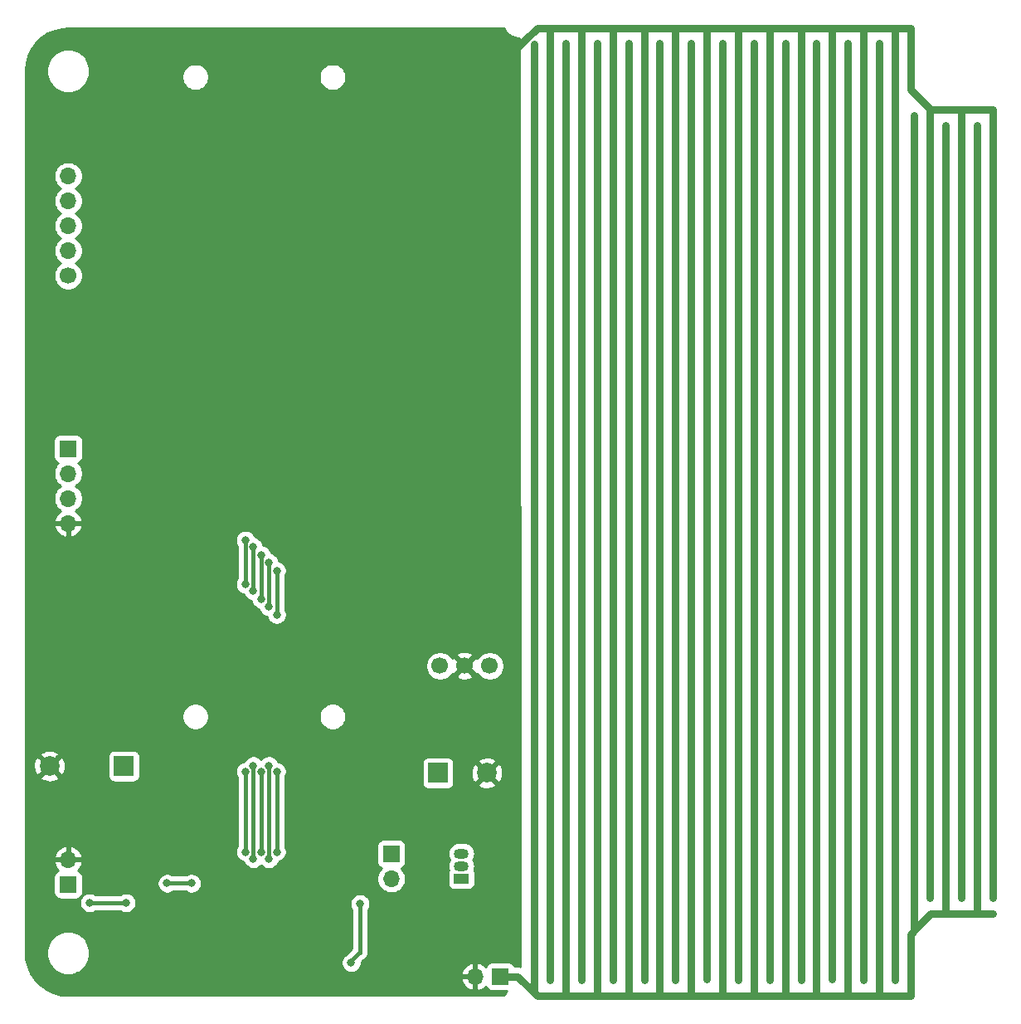
<source format=gbr>
%TF.GenerationSoftware,KiCad,Pcbnew,(5.1.8)-1*%
%TF.CreationDate,2020-11-22T08:19:10+01:00*%
%TF.ProjectId,leaky,6c65616b-792e-46b6-9963-61645f706362,rev?*%
%TF.SameCoordinates,Original*%
%TF.FileFunction,Copper,L2,Bot*%
%TF.FilePolarity,Positive*%
%FSLAX46Y46*%
G04 Gerber Fmt 4.6, Leading zero omitted, Abs format (unit mm)*
G04 Created by KiCad (PCBNEW (5.1.8)-1) date 2020-11-22 08:19:10*
%MOMM*%
%LPD*%
G01*
G04 APERTURE LIST*
%TA.AperFunction,ComponentPad*%
%ADD10C,1.700000*%
%TD*%
%TA.AperFunction,ComponentPad*%
%ADD11R,1.700000X1.700000*%
%TD*%
%TA.AperFunction,ComponentPad*%
%ADD12O,1.700000X1.700000*%
%TD*%
%TA.AperFunction,ComponentPad*%
%ADD13R,2.000000X2.000000*%
%TD*%
%TA.AperFunction,ComponentPad*%
%ADD14C,2.000000*%
%TD*%
%TA.AperFunction,ComponentPad*%
%ADD15O,1.500000X1.050000*%
%TD*%
%TA.AperFunction,ComponentPad*%
%ADD16R,1.500000X1.050000*%
%TD*%
%TA.AperFunction,ViaPad*%
%ADD17C,0.800000*%
%TD*%
%TA.AperFunction,ViaPad*%
%ADD18C,1.000000*%
%TD*%
%TA.AperFunction,Conductor*%
%ADD19C,0.400000*%
%TD*%
%TA.AperFunction,Conductor*%
%ADD20C,0.800000*%
%TD*%
%TA.AperFunction,Conductor*%
%ADD21C,0.254000*%
%TD*%
%TA.AperFunction,Conductor*%
%ADD22C,0.100000*%
%TD*%
G04 APERTURE END LIST*
D10*
%TO.P,U1,3*%
%TO.N,VCC*%
X68040000Y-85720000D03*
%TO.P,U1,2*%
%TO.N,GND*%
X65500000Y-85720000D03*
%TO.P,U1,1*%
%TO.N,VBUS*%
X62960000Y-85720000D03*
%TD*%
D11*
%TO.P,J1,1*%
%TO.N,VBUS*%
X25000000Y-63550000D03*
D12*
%TO.P,J1,2*%
%TO.N,RX*%
X25000000Y-66090000D03*
%TO.P,J1,3*%
%TO.N,TX*%
X25000000Y-68630000D03*
%TO.P,J1,4*%
%TO.N,GND*%
X25000000Y-71170000D03*
%TD*%
%TO.P,JP1,2*%
%TO.N,GND*%
X25000000Y-105500000D03*
D11*
%TO.P,JP1,1*%
%TO.N,IO0*%
X25000000Y-108040000D03*
%TD*%
%TO.P,JP2,1*%
%TO.N,VCC*%
X58000000Y-104900000D03*
D12*
%TO.P,JP2,2*%
%TO.N,Net-(JP2-Pad2)*%
X58000000Y-107440000D03*
%TD*%
D11*
%TO.P,SW1,1*%
%TO.N,Net-(R1-Pad2)*%
X69100000Y-117400000D03*
D12*
%TO.P,SW1,2*%
%TO.N,GND*%
X66560000Y-117400000D03*
%TD*%
D13*
%TO.P,BZ1,1*%
%TO.N,BUZZER*%
X30700000Y-95950000D03*
D14*
%TO.P,BZ1,2*%
%TO.N,GND*%
X23100000Y-95950000D03*
%TD*%
D10*
%TO.P,J2,1*%
%TO.N,IO4*%
X25000000Y-45900000D03*
D12*
%TO.P,J2,2*%
%TO.N,IO16*%
X25000000Y-43360000D03*
%TO.P,J2,3*%
%TO.N,IO14*%
X25000000Y-40820000D03*
%TO.P,J2,4*%
%TO.N,IO12*%
X25000000Y-38280000D03*
%TO.P,J2,5*%
%TO.N,IO13*%
X25000000Y-35740000D03*
%TD*%
D13*
%TO.P,C1,1*%
%TO.N,VCC*%
X62750000Y-96650000D03*
D14*
%TO.P,C1,2*%
%TO.N,GND*%
X67750000Y-96650000D03*
%TD*%
D15*
%TO.P,Q1,2*%
%TO.N,Net-(Q1-Pad2)*%
X65150000Y-106150000D03*
%TO.P,Q1,3*%
%TO.N,VCC*%
X65150000Y-104880000D03*
D16*
%TO.P,Q1,1*%
%TO.N,Net-(JP2-Pad2)*%
X65150000Y-107420000D03*
%TD*%
D17*
%TO.N,VCC*%
X53900000Y-116000000D03*
X54800000Y-110000000D03*
%TO.N,GND*%
X31100022Y-103900000D03*
X31100000Y-102800000D03*
X31100000Y-104900000D03*
X34900000Y-103900000D03*
D18*
X34400000Y-87200000D03*
X38000000Y-87200000D03*
X41600000Y-87200000D03*
X36100000Y-87200000D03*
X40000000Y-87200000D03*
X32900000Y-89700000D03*
X32900000Y-91500000D03*
D17*
X51700000Y-107400000D03*
X53300000Y-111600000D03*
X61300000Y-113800000D03*
X36100000Y-96300000D03*
X51700000Y-96300000D03*
D18*
X69300000Y-22600000D03*
X61300000Y-75200000D03*
X69700000Y-75200000D03*
X61300000Y-117400000D03*
X51600000Y-32400000D03*
X39100000Y-32400000D03*
X25900000Y-32200000D03*
X25900000Y-87100000D03*
X51500000Y-75200000D03*
X61300000Y-22600000D03*
X39300000Y-75200000D03*
X62800000Y-102600000D03*
X64400000Y-83800000D03*
X66500000Y-83800000D03*
X51500000Y-54400000D03*
X63400000Y-89800000D03*
X67300000Y-111800000D03*
X59000000Y-92800000D03*
X49100000Y-85300000D03*
X25900000Y-54300000D03*
X29300000Y-117700000D03*
X69200000Y-32400000D03*
X25900000Y-102900000D03*
D17*
%TO.N,IO4*%
X43100000Y-104700000D03*
X43100000Y-96500000D03*
X43100000Y-77400000D03*
X43100000Y-72900000D03*
%TO.N,IO16*%
X43900000Y-78100000D03*
X43900000Y-105400000D03*
X43900000Y-95900000D03*
X43900000Y-73600000D03*
%TO.N,IO14*%
X44700000Y-78900000D03*
X44700000Y-104700000D03*
X44700000Y-96500000D03*
X44700000Y-74400000D03*
%TO.N,IO12*%
X45500000Y-105400000D03*
X45500000Y-95900000D03*
X45500000Y-79700000D03*
X45500000Y-75200000D03*
%TO.N,IO13*%
X46300000Y-80500000D03*
X46300000Y-104700000D03*
X46300000Y-96500000D03*
X46300000Y-76000000D03*
%TO.N,IO0*%
X27200000Y-109900000D03*
X30900000Y-109900000D03*
%TO.N,IO2*%
X35100000Y-107900000D03*
X37600000Y-107900000D03*
%TD*%
D19*
%TO.N,VCC*%
X54800000Y-114500000D02*
X54800000Y-110000000D01*
X54800000Y-114500000D02*
X54800000Y-115000000D01*
X54800000Y-114500000D02*
X54800000Y-114900000D01*
X54800000Y-114900000D02*
X53900000Y-115800000D01*
D20*
%TO.N,GND*%
X105025010Y-20625010D02*
X107137235Y-20625010D01*
X99874990Y-20625010D02*
X105025010Y-20625010D01*
X119374990Y-29000000D02*
X119374990Y-109399990D01*
X103000000Y-21216164D02*
X103000000Y-20625010D01*
X99800000Y-22300000D02*
X99800000Y-21216164D01*
X96600000Y-117750000D02*
X96600000Y-20900000D01*
X93399970Y-25000000D02*
X93399970Y-117774980D01*
X93399970Y-25000000D02*
X93399970Y-21000030D01*
X116149990Y-29050010D02*
X116200000Y-29000000D01*
X116149990Y-33100000D02*
X116149990Y-109399990D01*
X99800000Y-117750000D02*
X99800000Y-22350000D01*
X90200000Y-20700000D02*
X90274990Y-20625010D01*
X109874990Y-20625010D02*
X111000000Y-20625010D01*
X113079998Y-29000000D02*
X116200000Y-29000000D01*
X106199970Y-25000000D02*
X106199970Y-117774980D01*
X87000000Y-117750000D02*
X87000000Y-20900000D01*
X72874990Y-20625010D02*
X87274990Y-20625010D01*
X99800000Y-22300000D02*
X99800000Y-20700000D01*
X110999999Y-26920001D02*
X113079998Y-29000000D01*
X111000000Y-20625010D02*
X110999999Y-26920001D01*
X112949970Y-32800000D02*
X112949970Y-29130028D01*
X112949970Y-32800000D02*
X112949970Y-109399990D01*
X103000000Y-117700000D02*
X103000000Y-21216164D01*
X90200000Y-21900000D02*
X90200000Y-20700000D01*
X90274990Y-20625010D02*
X96325010Y-20625010D01*
X87274990Y-20625010D02*
X90274990Y-20625010D01*
X99800000Y-20700000D02*
X99874990Y-20625010D01*
X96325010Y-20625010D02*
X99874990Y-20625010D01*
X83800000Y-117750000D02*
X83800000Y-20900000D01*
X87000000Y-20900000D02*
X87274990Y-20625010D01*
X90200000Y-117700000D02*
X90200000Y-21900000D01*
X118400000Y-29000000D02*
X119374990Y-29000000D01*
X96600000Y-20900000D02*
X96325010Y-20625010D01*
X116200000Y-29000000D02*
X118400000Y-29000000D01*
X112949970Y-29130028D02*
X113079998Y-29000000D01*
X106199970Y-21562275D02*
X106199970Y-21000030D01*
X106199970Y-21562275D02*
X106199970Y-25000000D01*
X116149990Y-33100000D02*
X116149990Y-29050010D01*
X109399990Y-117774980D02*
X109399990Y-20825000D01*
X90200000Y-21900000D02*
X90200000Y-21216164D01*
X71650000Y-21850000D02*
X72874990Y-20625010D01*
X74200000Y-117750000D02*
X74200000Y-20900000D01*
X80600000Y-117750000D02*
X80600000Y-20900000D01*
X109399990Y-20825000D02*
X109200000Y-20625010D01*
X77400000Y-117750000D02*
X77400000Y-20900000D01*
X105025010Y-20625010D02*
X109874990Y-20625010D01*
X109200000Y-20625010D02*
X109874990Y-20625010D01*
X70350000Y-22600000D02*
X70850000Y-22600000D01*
X69150000Y-22600000D02*
X70350000Y-22600000D01*
X70900000Y-22600000D02*
X71650000Y-21850000D01*
D19*
%TO.N,IO4*%
X43100000Y-104700000D02*
X43100000Y-96500000D01*
X43100000Y-77400000D02*
X43100000Y-72900000D01*
%TO.N,IO16*%
X43900000Y-95900000D02*
X43900000Y-105400000D01*
X43900000Y-73600000D02*
X43900000Y-78100000D01*
%TO.N,IO14*%
X44700000Y-96500000D02*
X44700000Y-104700000D01*
X44700000Y-78900000D02*
X44700000Y-74400000D01*
%TO.N,IO12*%
X45500000Y-95900000D02*
X45500000Y-105400000D01*
X45500000Y-79700000D02*
X45500000Y-75200000D01*
%TO.N,IO13*%
X46300000Y-104700000D02*
X46300000Y-96500000D01*
X46300000Y-80500000D02*
X46300000Y-76000000D01*
%TO.N,IO0*%
X27200000Y-109900000D02*
X30900000Y-109900000D01*
%TO.N,IO2*%
X35100000Y-107900000D02*
X37600000Y-107900000D01*
D20*
%TO.N,Net-(R1-Pad2)*%
X111000000Y-119374990D02*
X110999999Y-113079999D01*
X117750000Y-111000000D02*
X117750000Y-31250000D01*
X117550000Y-111000000D02*
X119374990Y-111000000D01*
X117750000Y-31250000D02*
X117750000Y-30600010D01*
X101400000Y-22200000D02*
X101400000Y-118100000D01*
X82200000Y-118100000D02*
X82200000Y-119300000D01*
X111349960Y-110062735D02*
X111349960Y-112639999D01*
X79000000Y-22200000D02*
X79000000Y-118300000D01*
X82200000Y-117500000D02*
X82200000Y-118100000D01*
X82200000Y-22200000D02*
X82200000Y-117500000D01*
X111814999Y-112264999D02*
X113079998Y-111000000D01*
X82200000Y-119300000D02*
X82200000Y-117500000D01*
X72400000Y-118900000D02*
X72874990Y-119374990D01*
X91825010Y-119374990D02*
X98174990Y-119374990D01*
X101400000Y-119249980D02*
X101274990Y-119374990D01*
X85400000Y-118300000D02*
X85400000Y-119374990D01*
X88674990Y-119374990D02*
X91825010Y-119374990D01*
X88600000Y-119300000D02*
X88674990Y-119374990D01*
X94999980Y-22225020D02*
X94999980Y-119000000D01*
X114500000Y-111000000D02*
X114900000Y-111000000D01*
X75800000Y-117500000D02*
X75800000Y-118100000D01*
X72600000Y-118700000D02*
X72400000Y-118900000D01*
X114549980Y-110950020D02*
X114500000Y-111000000D01*
X88600000Y-119300000D02*
X88600000Y-117500000D01*
X104600000Y-23100000D02*
X104600000Y-119100000D01*
X75800000Y-118100000D02*
X75800000Y-119300000D01*
X88600000Y-22200000D02*
X88600000Y-117500000D01*
X91800000Y-117900000D02*
X91800000Y-119100000D01*
X85374990Y-119374990D02*
X88674990Y-119374990D01*
X79000000Y-118300000D02*
X79000000Y-119374990D01*
X75800000Y-22200000D02*
X75800000Y-117500000D01*
X98200000Y-119349980D02*
X98174990Y-119374990D01*
X98200000Y-117900000D02*
X98200000Y-119349980D01*
X104600000Y-22325020D02*
X104600000Y-23100000D01*
X75800000Y-118100000D02*
X75800000Y-118974980D01*
X75800000Y-119300000D02*
X75800000Y-117500000D01*
X88600000Y-118100000D02*
X88600000Y-118974980D01*
X70900000Y-117400000D02*
X72400000Y-118900000D01*
X72600000Y-23700000D02*
X72600000Y-25200000D01*
X72600000Y-23700000D02*
X72600000Y-118700000D01*
X111349960Y-110062735D02*
X111349960Y-106550000D01*
X101400000Y-118100000D02*
X101400000Y-118974980D01*
X107474990Y-119374990D02*
X111000000Y-119374990D01*
X114900000Y-111000000D02*
X117550000Y-111000000D01*
X107799980Y-22225020D02*
X107799980Y-119000000D01*
X101274990Y-119374990D02*
X104325010Y-119374990D01*
X82200000Y-118100000D02*
X82200000Y-118974980D01*
X72600000Y-23700000D02*
X72600000Y-22314226D01*
X114549980Y-30600010D02*
X114549980Y-110950020D01*
X104325010Y-119374990D02*
X107474990Y-119374990D01*
X98174990Y-119374990D02*
X101274990Y-119374990D01*
X98200000Y-22200000D02*
X98200000Y-117900000D01*
X113079998Y-111000000D02*
X114500000Y-111000000D01*
X111349960Y-106550000D02*
X111349960Y-33462745D01*
X111349960Y-33462745D02*
X111349960Y-29532716D01*
X104600000Y-23100000D02*
X104600000Y-22200000D01*
X110999999Y-113079999D02*
X111814999Y-112264999D01*
X101400000Y-118100000D02*
X101400000Y-119249980D01*
X98200000Y-117900000D02*
X98200000Y-118974980D01*
X91800000Y-119349980D02*
X91825010Y-119374990D01*
X91800000Y-23100000D02*
X91800000Y-117900000D01*
X88600000Y-118100000D02*
X88600000Y-119300000D01*
X91800000Y-117900000D02*
X91800000Y-119349980D01*
X88600000Y-117500000D02*
X88600000Y-118100000D01*
X85400000Y-22200000D02*
X85400000Y-118300000D01*
X72874990Y-119374990D02*
X85374990Y-119374990D01*
X91800000Y-23100000D02*
X91800000Y-22200000D01*
X69100000Y-117400000D02*
X70900000Y-117400000D01*
%TD*%
D21*
%TO.N,GND*%
X69498120Y-20703794D02*
X69502503Y-20711900D01*
X69596525Y-20882925D01*
X69630308Y-20932264D01*
X69663423Y-20982106D01*
X69669297Y-20989206D01*
X69794747Y-21138712D01*
X69837477Y-21180557D01*
X69879638Y-21223013D01*
X69886780Y-21228837D01*
X70038879Y-21351128D01*
X70088941Y-21383887D01*
X70138523Y-21417331D01*
X70146660Y-21421657D01*
X70146663Y-21421659D01*
X70146667Y-21421660D01*
X70319615Y-21512077D01*
X70375053Y-21534475D01*
X70430228Y-21557669D01*
X70439050Y-21560332D01*
X70626275Y-21615435D01*
X70684983Y-21626633D01*
X70743628Y-21638672D01*
X70752799Y-21639570D01*
X70947161Y-21657259D01*
X71006943Y-21656842D01*
X71024945Y-21656968D01*
X71119108Y-116384894D01*
X71102895Y-116379976D01*
X70950838Y-116365000D01*
X70950828Y-116365000D01*
X70900000Y-116359994D01*
X70849172Y-116365000D01*
X70557454Y-116365000D01*
X70539502Y-116305820D01*
X70480537Y-116195506D01*
X70401185Y-116098815D01*
X70304494Y-116019463D01*
X70194180Y-115960498D01*
X70074482Y-115924188D01*
X69950000Y-115911928D01*
X68250000Y-115911928D01*
X68125518Y-115924188D01*
X68005820Y-115960498D01*
X67895506Y-116019463D01*
X67798815Y-116098815D01*
X67719463Y-116195506D01*
X67660498Y-116305820D01*
X67636034Y-116386466D01*
X67560269Y-116302412D01*
X67326920Y-116128359D01*
X67064099Y-116003175D01*
X66916890Y-115958524D01*
X66687000Y-116079845D01*
X66687000Y-117273000D01*
X66707000Y-117273000D01*
X66707000Y-117527000D01*
X66687000Y-117527000D01*
X66687000Y-118720155D01*
X66916890Y-118841476D01*
X67064099Y-118796825D01*
X67326920Y-118671641D01*
X67560269Y-118497588D01*
X67636034Y-118413534D01*
X67660498Y-118494180D01*
X67719463Y-118604494D01*
X67798815Y-118701185D01*
X67895506Y-118780537D01*
X68005820Y-118839502D01*
X68125518Y-118875812D01*
X68250000Y-118888072D01*
X69770937Y-118888072D01*
X69655616Y-119029469D01*
X69622534Y-119079262D01*
X69588716Y-119128651D01*
X69584333Y-119136757D01*
X69492708Y-119309079D01*
X69479963Y-119340000D01*
X25029392Y-119340000D01*
X24231917Y-119268827D01*
X23488110Y-119065344D01*
X22792096Y-118733363D01*
X22165870Y-118283374D01*
X21655673Y-117756891D01*
X65118519Y-117756891D01*
X65215843Y-118031252D01*
X65364822Y-118281355D01*
X65559731Y-118497588D01*
X65793080Y-118671641D01*
X66055901Y-118796825D01*
X66203110Y-118841476D01*
X66433000Y-118720155D01*
X66433000Y-117527000D01*
X65239186Y-117527000D01*
X65118519Y-117756891D01*
X21655673Y-117756891D01*
X21629223Y-117729597D01*
X21199129Y-117089549D01*
X20889171Y-116383447D01*
X20707935Y-115628543D01*
X20660000Y-114975793D01*
X20660000Y-114779872D01*
X22765000Y-114779872D01*
X22765000Y-115220128D01*
X22850890Y-115651925D01*
X23019369Y-116058669D01*
X23263962Y-116424729D01*
X23575271Y-116736038D01*
X23941331Y-116980631D01*
X24348075Y-117149110D01*
X24779872Y-117235000D01*
X25220128Y-117235000D01*
X25651925Y-117149110D01*
X25907833Y-117043109D01*
X65118519Y-117043109D01*
X65239186Y-117273000D01*
X66433000Y-117273000D01*
X66433000Y-116079845D01*
X66203110Y-115958524D01*
X66055901Y-116003175D01*
X65793080Y-116128359D01*
X65559731Y-116302412D01*
X65364822Y-116518645D01*
X65215843Y-116768748D01*
X65118519Y-117043109D01*
X25907833Y-117043109D01*
X26058669Y-116980631D01*
X26424729Y-116736038D01*
X26736038Y-116424729D01*
X26980631Y-116058669D01*
X27047157Y-115898061D01*
X52865000Y-115898061D01*
X52865000Y-116101939D01*
X52904774Y-116301898D01*
X52982795Y-116490256D01*
X53096063Y-116659774D01*
X53240226Y-116803937D01*
X53409744Y-116917205D01*
X53598102Y-116995226D01*
X53798061Y-117035000D01*
X54001939Y-117035000D01*
X54201898Y-116995226D01*
X54390256Y-116917205D01*
X54559774Y-116803937D01*
X54703937Y-116659774D01*
X54817205Y-116490256D01*
X54895226Y-116301898D01*
X54935000Y-116101939D01*
X54935000Y-115945867D01*
X55098994Y-115781874D01*
X55121087Y-115775172D01*
X55266146Y-115697636D01*
X55393291Y-115593291D01*
X55497636Y-115466146D01*
X55575172Y-115321087D01*
X55622918Y-115163689D01*
X55635000Y-115041019D01*
X55635000Y-114941017D01*
X55639040Y-114900001D01*
X55635000Y-114858985D01*
X55635000Y-110613285D01*
X55717205Y-110490256D01*
X55795226Y-110301898D01*
X55835000Y-110101939D01*
X55835000Y-109898061D01*
X55795226Y-109698102D01*
X55717205Y-109509744D01*
X55603937Y-109340226D01*
X55459774Y-109196063D01*
X55290256Y-109082795D01*
X55101898Y-109004774D01*
X54901939Y-108965000D01*
X54698061Y-108965000D01*
X54498102Y-109004774D01*
X54309744Y-109082795D01*
X54140226Y-109196063D01*
X53996063Y-109340226D01*
X53882795Y-109509744D01*
X53804774Y-109698102D01*
X53765000Y-109898061D01*
X53765000Y-110101939D01*
X53804774Y-110301898D01*
X53882795Y-110490256D01*
X53965001Y-110613286D01*
X53965000Y-114458981D01*
X53965000Y-114554132D01*
X53455143Y-115063990D01*
X53409744Y-115082795D01*
X53240226Y-115196063D01*
X53096063Y-115340226D01*
X52982795Y-115509744D01*
X52904774Y-115698102D01*
X52865000Y-115898061D01*
X27047157Y-115898061D01*
X27149110Y-115651925D01*
X27235000Y-115220128D01*
X27235000Y-114779872D01*
X27149110Y-114348075D01*
X26980631Y-113941331D01*
X26736038Y-113575271D01*
X26424729Y-113263962D01*
X26058669Y-113019369D01*
X25651925Y-112850890D01*
X25220128Y-112765000D01*
X24779872Y-112765000D01*
X24348075Y-112850890D01*
X23941331Y-113019369D01*
X23575271Y-113263962D01*
X23263962Y-113575271D01*
X23019369Y-113941331D01*
X22850890Y-114348075D01*
X22765000Y-114779872D01*
X20660000Y-114779872D01*
X20660000Y-109798061D01*
X26165000Y-109798061D01*
X26165000Y-110001939D01*
X26204774Y-110201898D01*
X26282795Y-110390256D01*
X26396063Y-110559774D01*
X26540226Y-110703937D01*
X26709744Y-110817205D01*
X26898102Y-110895226D01*
X27098061Y-110935000D01*
X27301939Y-110935000D01*
X27501898Y-110895226D01*
X27690256Y-110817205D01*
X27813285Y-110735000D01*
X30286715Y-110735000D01*
X30409744Y-110817205D01*
X30598102Y-110895226D01*
X30798061Y-110935000D01*
X31001939Y-110935000D01*
X31201898Y-110895226D01*
X31390256Y-110817205D01*
X31559774Y-110703937D01*
X31703937Y-110559774D01*
X31817205Y-110390256D01*
X31895226Y-110201898D01*
X31935000Y-110001939D01*
X31935000Y-109798061D01*
X31895226Y-109598102D01*
X31817205Y-109409744D01*
X31703937Y-109240226D01*
X31559774Y-109096063D01*
X31390256Y-108982795D01*
X31201898Y-108904774D01*
X31001939Y-108865000D01*
X30798061Y-108865000D01*
X30598102Y-108904774D01*
X30409744Y-108982795D01*
X30286715Y-109065000D01*
X27813285Y-109065000D01*
X27690256Y-108982795D01*
X27501898Y-108904774D01*
X27301939Y-108865000D01*
X27098061Y-108865000D01*
X26898102Y-108904774D01*
X26709744Y-108982795D01*
X26540226Y-109096063D01*
X26396063Y-109240226D01*
X26282795Y-109409744D01*
X26204774Y-109598102D01*
X26165000Y-109798061D01*
X20660000Y-109798061D01*
X20660000Y-107190000D01*
X23511928Y-107190000D01*
X23511928Y-108890000D01*
X23524188Y-109014482D01*
X23560498Y-109134180D01*
X23619463Y-109244494D01*
X23698815Y-109341185D01*
X23795506Y-109420537D01*
X23905820Y-109479502D01*
X24025518Y-109515812D01*
X24150000Y-109528072D01*
X25850000Y-109528072D01*
X25974482Y-109515812D01*
X26094180Y-109479502D01*
X26204494Y-109420537D01*
X26301185Y-109341185D01*
X26380537Y-109244494D01*
X26439502Y-109134180D01*
X26475812Y-109014482D01*
X26488072Y-108890000D01*
X26488072Y-107798061D01*
X34065000Y-107798061D01*
X34065000Y-108001939D01*
X34104774Y-108201898D01*
X34182795Y-108390256D01*
X34296063Y-108559774D01*
X34440226Y-108703937D01*
X34609744Y-108817205D01*
X34798102Y-108895226D01*
X34998061Y-108935000D01*
X35201939Y-108935000D01*
X35401898Y-108895226D01*
X35590256Y-108817205D01*
X35713285Y-108735000D01*
X36986715Y-108735000D01*
X37109744Y-108817205D01*
X37298102Y-108895226D01*
X37498061Y-108935000D01*
X37701939Y-108935000D01*
X37901898Y-108895226D01*
X38090256Y-108817205D01*
X38259774Y-108703937D01*
X38403937Y-108559774D01*
X38517205Y-108390256D01*
X38595226Y-108201898D01*
X38635000Y-108001939D01*
X38635000Y-107798061D01*
X38595226Y-107598102D01*
X38517205Y-107409744D01*
X38403937Y-107240226D01*
X38259774Y-107096063D01*
X38090256Y-106982795D01*
X37901898Y-106904774D01*
X37701939Y-106865000D01*
X37498061Y-106865000D01*
X37298102Y-106904774D01*
X37109744Y-106982795D01*
X36986715Y-107065000D01*
X35713285Y-107065000D01*
X35590256Y-106982795D01*
X35401898Y-106904774D01*
X35201939Y-106865000D01*
X34998061Y-106865000D01*
X34798102Y-106904774D01*
X34609744Y-106982795D01*
X34440226Y-107096063D01*
X34296063Y-107240226D01*
X34182795Y-107409744D01*
X34104774Y-107598102D01*
X34065000Y-107798061D01*
X26488072Y-107798061D01*
X26488072Y-107190000D01*
X26475812Y-107065518D01*
X26439502Y-106945820D01*
X26380537Y-106835506D01*
X26301185Y-106738815D01*
X26204494Y-106659463D01*
X26094180Y-106600498D01*
X26013534Y-106576034D01*
X26097588Y-106500269D01*
X26271641Y-106266920D01*
X26396825Y-106004099D01*
X26441476Y-105856890D01*
X26320155Y-105627000D01*
X25127000Y-105627000D01*
X25127000Y-105647000D01*
X24873000Y-105647000D01*
X24873000Y-105627000D01*
X23679845Y-105627000D01*
X23558524Y-105856890D01*
X23603175Y-106004099D01*
X23728359Y-106266920D01*
X23902412Y-106500269D01*
X23986466Y-106576034D01*
X23905820Y-106600498D01*
X23795506Y-106659463D01*
X23698815Y-106738815D01*
X23619463Y-106835506D01*
X23560498Y-106945820D01*
X23524188Y-107065518D01*
X23511928Y-107190000D01*
X20660000Y-107190000D01*
X20660000Y-105143110D01*
X23558524Y-105143110D01*
X23679845Y-105373000D01*
X24873000Y-105373000D01*
X24873000Y-104179186D01*
X25127000Y-104179186D01*
X25127000Y-105373000D01*
X26320155Y-105373000D01*
X26441476Y-105143110D01*
X26396825Y-104995901D01*
X26271641Y-104733080D01*
X26097588Y-104499731D01*
X25881355Y-104304822D01*
X25631252Y-104155843D01*
X25356891Y-104058519D01*
X25127000Y-104179186D01*
X24873000Y-104179186D01*
X24643109Y-104058519D01*
X24368748Y-104155843D01*
X24118645Y-104304822D01*
X23902412Y-104499731D01*
X23728359Y-104733080D01*
X23603175Y-104995901D01*
X23558524Y-105143110D01*
X20660000Y-105143110D01*
X20660000Y-97085413D01*
X22144192Y-97085413D01*
X22239956Y-97349814D01*
X22529571Y-97490704D01*
X22841108Y-97572384D01*
X23162595Y-97591718D01*
X23481675Y-97547961D01*
X23786088Y-97442795D01*
X23960044Y-97349814D01*
X24055808Y-97085413D01*
X23100000Y-96129605D01*
X22144192Y-97085413D01*
X20660000Y-97085413D01*
X20660000Y-96012595D01*
X21458282Y-96012595D01*
X21502039Y-96331675D01*
X21607205Y-96636088D01*
X21700186Y-96810044D01*
X21964587Y-96905808D01*
X22920395Y-95950000D01*
X23279605Y-95950000D01*
X24235413Y-96905808D01*
X24499814Y-96810044D01*
X24640704Y-96520429D01*
X24722384Y-96208892D01*
X24741718Y-95887405D01*
X24697961Y-95568325D01*
X24592795Y-95263912D01*
X24499814Y-95089956D01*
X24235413Y-94994192D01*
X23279605Y-95950000D01*
X22920395Y-95950000D01*
X21964587Y-94994192D01*
X21700186Y-95089956D01*
X21559296Y-95379571D01*
X21477616Y-95691108D01*
X21458282Y-96012595D01*
X20660000Y-96012595D01*
X20660000Y-94814587D01*
X22144192Y-94814587D01*
X23100000Y-95770395D01*
X23920395Y-94950000D01*
X29061928Y-94950000D01*
X29061928Y-96950000D01*
X29074188Y-97074482D01*
X29110498Y-97194180D01*
X29169463Y-97304494D01*
X29248815Y-97401185D01*
X29345506Y-97480537D01*
X29455820Y-97539502D01*
X29575518Y-97575812D01*
X29700000Y-97588072D01*
X31700000Y-97588072D01*
X31824482Y-97575812D01*
X31944180Y-97539502D01*
X32054494Y-97480537D01*
X32151185Y-97401185D01*
X32230537Y-97304494D01*
X32289502Y-97194180D01*
X32325812Y-97074482D01*
X32338072Y-96950000D01*
X32338072Y-96398061D01*
X42065000Y-96398061D01*
X42065000Y-96601939D01*
X42104774Y-96801898D01*
X42182795Y-96990256D01*
X42265001Y-97113286D01*
X42265000Y-104086715D01*
X42182795Y-104209744D01*
X42104774Y-104398102D01*
X42065000Y-104598061D01*
X42065000Y-104801939D01*
X42104774Y-105001898D01*
X42182795Y-105190256D01*
X42296063Y-105359774D01*
X42440226Y-105503937D01*
X42609744Y-105617205D01*
X42798102Y-105695226D01*
X42911340Y-105717750D01*
X42982795Y-105890256D01*
X43096063Y-106059774D01*
X43240226Y-106203937D01*
X43409744Y-106317205D01*
X43598102Y-106395226D01*
X43798061Y-106435000D01*
X44001939Y-106435000D01*
X44201898Y-106395226D01*
X44390256Y-106317205D01*
X44559774Y-106203937D01*
X44700000Y-106063711D01*
X44840226Y-106203937D01*
X45009744Y-106317205D01*
X45198102Y-106395226D01*
X45398061Y-106435000D01*
X45601939Y-106435000D01*
X45801898Y-106395226D01*
X45990256Y-106317205D01*
X46159774Y-106203937D01*
X46303937Y-106059774D01*
X46417205Y-105890256D01*
X46488660Y-105717750D01*
X46601898Y-105695226D01*
X46790256Y-105617205D01*
X46959774Y-105503937D01*
X47103937Y-105359774D01*
X47217205Y-105190256D01*
X47295226Y-105001898D01*
X47335000Y-104801939D01*
X47335000Y-104598061D01*
X47295226Y-104398102D01*
X47217205Y-104209744D01*
X47135000Y-104086715D01*
X47135000Y-104050000D01*
X56511928Y-104050000D01*
X56511928Y-105750000D01*
X56524188Y-105874482D01*
X56560498Y-105994180D01*
X56619463Y-106104494D01*
X56698815Y-106201185D01*
X56795506Y-106280537D01*
X56905820Y-106339502D01*
X56978380Y-106361513D01*
X56846525Y-106493368D01*
X56684010Y-106736589D01*
X56572068Y-107006842D01*
X56515000Y-107293740D01*
X56515000Y-107586260D01*
X56572068Y-107873158D01*
X56684010Y-108143411D01*
X56846525Y-108386632D01*
X57053368Y-108593475D01*
X57296589Y-108755990D01*
X57566842Y-108867932D01*
X57853740Y-108925000D01*
X58146260Y-108925000D01*
X58433158Y-108867932D01*
X58703411Y-108755990D01*
X58946632Y-108593475D01*
X59153475Y-108386632D01*
X59315990Y-108143411D01*
X59427932Y-107873158D01*
X59485000Y-107586260D01*
X59485000Y-107293740D01*
X59427932Y-107006842D01*
X59315990Y-106736589D01*
X59153475Y-106493368D01*
X59021620Y-106361513D01*
X59094180Y-106339502D01*
X59204494Y-106280537D01*
X59301185Y-106201185D01*
X59380537Y-106104494D01*
X59439502Y-105994180D01*
X59475812Y-105874482D01*
X59488072Y-105750000D01*
X59488072Y-104880000D01*
X63759388Y-104880000D01*
X63781785Y-105107400D01*
X63848115Y-105326060D01*
X63949105Y-105515000D01*
X63848115Y-105703940D01*
X63781785Y-105922600D01*
X63759388Y-106150000D01*
X63781785Y-106377400D01*
X63845093Y-106586098D01*
X63810498Y-106650820D01*
X63774188Y-106770518D01*
X63761928Y-106895000D01*
X63761928Y-107945000D01*
X63774188Y-108069482D01*
X63810498Y-108189180D01*
X63869463Y-108299494D01*
X63948815Y-108396185D01*
X64045506Y-108475537D01*
X64155820Y-108534502D01*
X64275518Y-108570812D01*
X64400000Y-108583072D01*
X65900000Y-108583072D01*
X66024482Y-108570812D01*
X66144180Y-108534502D01*
X66254494Y-108475537D01*
X66351185Y-108396185D01*
X66430537Y-108299494D01*
X66489502Y-108189180D01*
X66525812Y-108069482D01*
X66538072Y-107945000D01*
X66538072Y-106895000D01*
X66525812Y-106770518D01*
X66489502Y-106650820D01*
X66454907Y-106586098D01*
X66518215Y-106377400D01*
X66540612Y-106150000D01*
X66518215Y-105922600D01*
X66451885Y-105703940D01*
X66350895Y-105515000D01*
X66451885Y-105326060D01*
X66518215Y-105107400D01*
X66540612Y-104880000D01*
X66518215Y-104652600D01*
X66451885Y-104433940D01*
X66344171Y-104232421D01*
X66199212Y-104055788D01*
X66022579Y-103910829D01*
X65821060Y-103803115D01*
X65602400Y-103736785D01*
X65431979Y-103720000D01*
X64868021Y-103720000D01*
X64697600Y-103736785D01*
X64478940Y-103803115D01*
X64277421Y-103910829D01*
X64100788Y-104055788D01*
X63955829Y-104232421D01*
X63848115Y-104433940D01*
X63781785Y-104652600D01*
X63759388Y-104880000D01*
X59488072Y-104880000D01*
X59488072Y-104050000D01*
X59475812Y-103925518D01*
X59439502Y-103805820D01*
X59380537Y-103695506D01*
X59301185Y-103598815D01*
X59204494Y-103519463D01*
X59094180Y-103460498D01*
X58974482Y-103424188D01*
X58850000Y-103411928D01*
X57150000Y-103411928D01*
X57025518Y-103424188D01*
X56905820Y-103460498D01*
X56795506Y-103519463D01*
X56698815Y-103598815D01*
X56619463Y-103695506D01*
X56560498Y-103805820D01*
X56524188Y-103925518D01*
X56511928Y-104050000D01*
X47135000Y-104050000D01*
X47135000Y-97113285D01*
X47217205Y-96990256D01*
X47295226Y-96801898D01*
X47335000Y-96601939D01*
X47335000Y-96398061D01*
X47295226Y-96198102D01*
X47217205Y-96009744D01*
X47103937Y-95840226D01*
X46959774Y-95696063D01*
X46890836Y-95650000D01*
X61111928Y-95650000D01*
X61111928Y-97650000D01*
X61124188Y-97774482D01*
X61160498Y-97894180D01*
X61219463Y-98004494D01*
X61298815Y-98101185D01*
X61395506Y-98180537D01*
X61505820Y-98239502D01*
X61625518Y-98275812D01*
X61750000Y-98288072D01*
X63750000Y-98288072D01*
X63874482Y-98275812D01*
X63994180Y-98239502D01*
X64104494Y-98180537D01*
X64201185Y-98101185D01*
X64280537Y-98004494D01*
X64339502Y-97894180D01*
X64372496Y-97785413D01*
X66794192Y-97785413D01*
X66889956Y-98049814D01*
X67179571Y-98190704D01*
X67491108Y-98272384D01*
X67812595Y-98291718D01*
X68131675Y-98247961D01*
X68436088Y-98142795D01*
X68610044Y-98049814D01*
X68705808Y-97785413D01*
X67750000Y-96829605D01*
X66794192Y-97785413D01*
X64372496Y-97785413D01*
X64375812Y-97774482D01*
X64388072Y-97650000D01*
X64388072Y-96712595D01*
X66108282Y-96712595D01*
X66152039Y-97031675D01*
X66257205Y-97336088D01*
X66350186Y-97510044D01*
X66614587Y-97605808D01*
X67570395Y-96650000D01*
X67929605Y-96650000D01*
X68885413Y-97605808D01*
X69149814Y-97510044D01*
X69290704Y-97220429D01*
X69372384Y-96908892D01*
X69391718Y-96587405D01*
X69347961Y-96268325D01*
X69242795Y-95963912D01*
X69149814Y-95789956D01*
X68885413Y-95694192D01*
X67929605Y-96650000D01*
X67570395Y-96650000D01*
X66614587Y-95694192D01*
X66350186Y-95789956D01*
X66209296Y-96079571D01*
X66127616Y-96391108D01*
X66108282Y-96712595D01*
X64388072Y-96712595D01*
X64388072Y-95650000D01*
X64375812Y-95525518D01*
X64372497Y-95514587D01*
X66794192Y-95514587D01*
X67750000Y-96470395D01*
X68705808Y-95514587D01*
X68610044Y-95250186D01*
X68320429Y-95109296D01*
X68008892Y-95027616D01*
X67687405Y-95008282D01*
X67368325Y-95052039D01*
X67063912Y-95157205D01*
X66889956Y-95250186D01*
X66794192Y-95514587D01*
X64372497Y-95514587D01*
X64339502Y-95405820D01*
X64280537Y-95295506D01*
X64201185Y-95198815D01*
X64104494Y-95119463D01*
X63994180Y-95060498D01*
X63874482Y-95024188D01*
X63750000Y-95011928D01*
X61750000Y-95011928D01*
X61625518Y-95024188D01*
X61505820Y-95060498D01*
X61395506Y-95119463D01*
X61298815Y-95198815D01*
X61219463Y-95295506D01*
X61160498Y-95405820D01*
X61124188Y-95525518D01*
X61111928Y-95650000D01*
X46890836Y-95650000D01*
X46790256Y-95582795D01*
X46601898Y-95504774D01*
X46443519Y-95473271D01*
X46417205Y-95409744D01*
X46303937Y-95240226D01*
X46159774Y-95096063D01*
X45990256Y-94982795D01*
X45801898Y-94904774D01*
X45601939Y-94865000D01*
X45398061Y-94865000D01*
X45198102Y-94904774D01*
X45009744Y-94982795D01*
X44840226Y-95096063D01*
X44700000Y-95236289D01*
X44559774Y-95096063D01*
X44390256Y-94982795D01*
X44201898Y-94904774D01*
X44001939Y-94865000D01*
X43798061Y-94865000D01*
X43598102Y-94904774D01*
X43409744Y-94982795D01*
X43240226Y-95096063D01*
X43096063Y-95240226D01*
X42982795Y-95409744D01*
X42956481Y-95473271D01*
X42798102Y-95504774D01*
X42609744Y-95582795D01*
X42440226Y-95696063D01*
X42296063Y-95840226D01*
X42182795Y-96009744D01*
X42104774Y-96198102D01*
X42065000Y-96398061D01*
X32338072Y-96398061D01*
X32338072Y-94950000D01*
X32325812Y-94825518D01*
X32289502Y-94705820D01*
X32230537Y-94595506D01*
X32151185Y-94498815D01*
X32054494Y-94419463D01*
X31944180Y-94360498D01*
X31824482Y-94324188D01*
X31700000Y-94311928D01*
X29700000Y-94311928D01*
X29575518Y-94324188D01*
X29455820Y-94360498D01*
X29345506Y-94419463D01*
X29248815Y-94498815D01*
X29169463Y-94595506D01*
X29110498Y-94705820D01*
X29074188Y-94825518D01*
X29061928Y-94950000D01*
X23920395Y-94950000D01*
X24055808Y-94814587D01*
X23960044Y-94550186D01*
X23670429Y-94409296D01*
X23358892Y-94327616D01*
X23037405Y-94308282D01*
X22718325Y-94352039D01*
X22413912Y-94457205D01*
X22239956Y-94550186D01*
X22144192Y-94814587D01*
X20660000Y-94814587D01*
X20660000Y-90763589D01*
X36615000Y-90763589D01*
X36615000Y-91036411D01*
X36668225Y-91303989D01*
X36772629Y-91556043D01*
X36924201Y-91782886D01*
X37117114Y-91975799D01*
X37343957Y-92127371D01*
X37596011Y-92231775D01*
X37863589Y-92285000D01*
X38136411Y-92285000D01*
X38403989Y-92231775D01*
X38656043Y-92127371D01*
X38882886Y-91975799D01*
X39075799Y-91782886D01*
X39227371Y-91556043D01*
X39331775Y-91303989D01*
X39385000Y-91036411D01*
X39385000Y-90763589D01*
X50615000Y-90763589D01*
X50615000Y-91036411D01*
X50668225Y-91303989D01*
X50772629Y-91556043D01*
X50924201Y-91782886D01*
X51117114Y-91975799D01*
X51343957Y-92127371D01*
X51596011Y-92231775D01*
X51863589Y-92285000D01*
X52136411Y-92285000D01*
X52403989Y-92231775D01*
X52656043Y-92127371D01*
X52882886Y-91975799D01*
X53075799Y-91782886D01*
X53227371Y-91556043D01*
X53331775Y-91303989D01*
X53385000Y-91036411D01*
X53385000Y-90763589D01*
X53331775Y-90496011D01*
X53227371Y-90243957D01*
X53075799Y-90017114D01*
X52882886Y-89824201D01*
X52656043Y-89672629D01*
X52403989Y-89568225D01*
X52136411Y-89515000D01*
X51863589Y-89515000D01*
X51596011Y-89568225D01*
X51343957Y-89672629D01*
X51117114Y-89824201D01*
X50924201Y-90017114D01*
X50772629Y-90243957D01*
X50668225Y-90496011D01*
X50615000Y-90763589D01*
X39385000Y-90763589D01*
X39331775Y-90496011D01*
X39227371Y-90243957D01*
X39075799Y-90017114D01*
X38882886Y-89824201D01*
X38656043Y-89672629D01*
X38403989Y-89568225D01*
X38136411Y-89515000D01*
X37863589Y-89515000D01*
X37596011Y-89568225D01*
X37343957Y-89672629D01*
X37117114Y-89824201D01*
X36924201Y-90017114D01*
X36772629Y-90243957D01*
X36668225Y-90496011D01*
X36615000Y-90763589D01*
X20660000Y-90763589D01*
X20660000Y-85573740D01*
X61475000Y-85573740D01*
X61475000Y-85866260D01*
X61532068Y-86153158D01*
X61644010Y-86423411D01*
X61806525Y-86666632D01*
X62013368Y-86873475D01*
X62256589Y-87035990D01*
X62526842Y-87147932D01*
X62813740Y-87205000D01*
X63106260Y-87205000D01*
X63393158Y-87147932D01*
X63663411Y-87035990D01*
X63906632Y-86873475D01*
X64031710Y-86748397D01*
X64651208Y-86748397D01*
X64728843Y-86997472D01*
X64992883Y-87123371D01*
X65276411Y-87195339D01*
X65568531Y-87210611D01*
X65858019Y-87168599D01*
X66133747Y-87070919D01*
X66271157Y-86997472D01*
X66348792Y-86748397D01*
X65500000Y-85899605D01*
X64651208Y-86748397D01*
X64031710Y-86748397D01*
X64113475Y-86666632D01*
X64229311Y-86493271D01*
X64471603Y-86568792D01*
X65320395Y-85720000D01*
X65679605Y-85720000D01*
X66528397Y-86568792D01*
X66770689Y-86493271D01*
X66886525Y-86666632D01*
X67093368Y-86873475D01*
X67336589Y-87035990D01*
X67606842Y-87147932D01*
X67893740Y-87205000D01*
X68186260Y-87205000D01*
X68473158Y-87147932D01*
X68743411Y-87035990D01*
X68986632Y-86873475D01*
X69193475Y-86666632D01*
X69355990Y-86423411D01*
X69467932Y-86153158D01*
X69525000Y-85866260D01*
X69525000Y-85573740D01*
X69467932Y-85286842D01*
X69355990Y-85016589D01*
X69193475Y-84773368D01*
X68986632Y-84566525D01*
X68743411Y-84404010D01*
X68473158Y-84292068D01*
X68186260Y-84235000D01*
X67893740Y-84235000D01*
X67606842Y-84292068D01*
X67336589Y-84404010D01*
X67093368Y-84566525D01*
X66886525Y-84773368D01*
X66770689Y-84946729D01*
X66528397Y-84871208D01*
X65679605Y-85720000D01*
X65320395Y-85720000D01*
X64471603Y-84871208D01*
X64229311Y-84946729D01*
X64113475Y-84773368D01*
X64031710Y-84691603D01*
X64651208Y-84691603D01*
X65500000Y-85540395D01*
X66348792Y-84691603D01*
X66271157Y-84442528D01*
X66007117Y-84316629D01*
X65723589Y-84244661D01*
X65431469Y-84229389D01*
X65141981Y-84271401D01*
X64866253Y-84369081D01*
X64728843Y-84442528D01*
X64651208Y-84691603D01*
X64031710Y-84691603D01*
X63906632Y-84566525D01*
X63663411Y-84404010D01*
X63393158Y-84292068D01*
X63106260Y-84235000D01*
X62813740Y-84235000D01*
X62526842Y-84292068D01*
X62256589Y-84404010D01*
X62013368Y-84566525D01*
X61806525Y-84773368D01*
X61644010Y-85016589D01*
X61532068Y-85286842D01*
X61475000Y-85573740D01*
X20660000Y-85573740D01*
X20660000Y-72798061D01*
X42065000Y-72798061D01*
X42065000Y-73001939D01*
X42104774Y-73201898D01*
X42182795Y-73390256D01*
X42265001Y-73513286D01*
X42265000Y-76786715D01*
X42182795Y-76909744D01*
X42104774Y-77098102D01*
X42065000Y-77298061D01*
X42065000Y-77501939D01*
X42104774Y-77701898D01*
X42182795Y-77890256D01*
X42296063Y-78059774D01*
X42440226Y-78203937D01*
X42609744Y-78317205D01*
X42798102Y-78395226D01*
X42911340Y-78417750D01*
X42982795Y-78590256D01*
X43096063Y-78759774D01*
X43240226Y-78903937D01*
X43409744Y-79017205D01*
X43598102Y-79095226D01*
X43687076Y-79112924D01*
X43704774Y-79201898D01*
X43782795Y-79390256D01*
X43896063Y-79559774D01*
X44040226Y-79703937D01*
X44209744Y-79817205D01*
X44398102Y-79895226D01*
X44487076Y-79912924D01*
X44504774Y-80001898D01*
X44582795Y-80190256D01*
X44696063Y-80359774D01*
X44840226Y-80503937D01*
X45009744Y-80617205D01*
X45198102Y-80695226D01*
X45287076Y-80712924D01*
X45304774Y-80801898D01*
X45382795Y-80990256D01*
X45496063Y-81159774D01*
X45640226Y-81303937D01*
X45809744Y-81417205D01*
X45998102Y-81495226D01*
X46198061Y-81535000D01*
X46401939Y-81535000D01*
X46601898Y-81495226D01*
X46790256Y-81417205D01*
X46959774Y-81303937D01*
X47103937Y-81159774D01*
X47217205Y-80990256D01*
X47295226Y-80801898D01*
X47335000Y-80601939D01*
X47335000Y-80398061D01*
X47295226Y-80198102D01*
X47217205Y-80009744D01*
X47135000Y-79886715D01*
X47135000Y-76613285D01*
X47217205Y-76490256D01*
X47295226Y-76301898D01*
X47335000Y-76101939D01*
X47335000Y-75898061D01*
X47295226Y-75698102D01*
X47217205Y-75509744D01*
X47103937Y-75340226D01*
X46959774Y-75196063D01*
X46790256Y-75082795D01*
X46601898Y-75004774D01*
X46512924Y-74987076D01*
X46495226Y-74898102D01*
X46417205Y-74709744D01*
X46303937Y-74540226D01*
X46159774Y-74396063D01*
X45990256Y-74282795D01*
X45801898Y-74204774D01*
X45712924Y-74187076D01*
X45695226Y-74098102D01*
X45617205Y-73909744D01*
X45503937Y-73740226D01*
X45359774Y-73596063D01*
X45190256Y-73482795D01*
X45001898Y-73404774D01*
X44912924Y-73387076D01*
X44895226Y-73298102D01*
X44817205Y-73109744D01*
X44703937Y-72940226D01*
X44559774Y-72796063D01*
X44390256Y-72682795D01*
X44201898Y-72604774D01*
X44088660Y-72582250D01*
X44017205Y-72409744D01*
X43903937Y-72240226D01*
X43759774Y-72096063D01*
X43590256Y-71982795D01*
X43401898Y-71904774D01*
X43201939Y-71865000D01*
X42998061Y-71865000D01*
X42798102Y-71904774D01*
X42609744Y-71982795D01*
X42440226Y-72096063D01*
X42296063Y-72240226D01*
X42182795Y-72409744D01*
X42104774Y-72598102D01*
X42065000Y-72798061D01*
X20660000Y-72798061D01*
X20660000Y-71526890D01*
X23558524Y-71526890D01*
X23603175Y-71674099D01*
X23728359Y-71936920D01*
X23902412Y-72170269D01*
X24118645Y-72365178D01*
X24368748Y-72514157D01*
X24643109Y-72611481D01*
X24873000Y-72490814D01*
X24873000Y-71297000D01*
X25127000Y-71297000D01*
X25127000Y-72490814D01*
X25356891Y-72611481D01*
X25631252Y-72514157D01*
X25881355Y-72365178D01*
X26097588Y-72170269D01*
X26271641Y-71936920D01*
X26396825Y-71674099D01*
X26441476Y-71526890D01*
X26320155Y-71297000D01*
X25127000Y-71297000D01*
X24873000Y-71297000D01*
X23679845Y-71297000D01*
X23558524Y-71526890D01*
X20660000Y-71526890D01*
X20660000Y-62700000D01*
X23511928Y-62700000D01*
X23511928Y-64400000D01*
X23524188Y-64524482D01*
X23560498Y-64644180D01*
X23619463Y-64754494D01*
X23698815Y-64851185D01*
X23795506Y-64930537D01*
X23905820Y-64989502D01*
X23978380Y-65011513D01*
X23846525Y-65143368D01*
X23684010Y-65386589D01*
X23572068Y-65656842D01*
X23515000Y-65943740D01*
X23515000Y-66236260D01*
X23572068Y-66523158D01*
X23684010Y-66793411D01*
X23846525Y-67036632D01*
X24053368Y-67243475D01*
X24227760Y-67360000D01*
X24053368Y-67476525D01*
X23846525Y-67683368D01*
X23684010Y-67926589D01*
X23572068Y-68196842D01*
X23515000Y-68483740D01*
X23515000Y-68776260D01*
X23572068Y-69063158D01*
X23684010Y-69333411D01*
X23846525Y-69576632D01*
X24053368Y-69783475D01*
X24235534Y-69905195D01*
X24118645Y-69974822D01*
X23902412Y-70169731D01*
X23728359Y-70403080D01*
X23603175Y-70665901D01*
X23558524Y-70813110D01*
X23679845Y-71043000D01*
X24873000Y-71043000D01*
X24873000Y-71023000D01*
X25127000Y-71023000D01*
X25127000Y-71043000D01*
X26320155Y-71043000D01*
X26441476Y-70813110D01*
X26396825Y-70665901D01*
X26271641Y-70403080D01*
X26097588Y-70169731D01*
X25881355Y-69974822D01*
X25764466Y-69905195D01*
X25946632Y-69783475D01*
X26153475Y-69576632D01*
X26315990Y-69333411D01*
X26427932Y-69063158D01*
X26485000Y-68776260D01*
X26485000Y-68483740D01*
X26427932Y-68196842D01*
X26315990Y-67926589D01*
X26153475Y-67683368D01*
X25946632Y-67476525D01*
X25772240Y-67360000D01*
X25946632Y-67243475D01*
X26153475Y-67036632D01*
X26315990Y-66793411D01*
X26427932Y-66523158D01*
X26485000Y-66236260D01*
X26485000Y-65943740D01*
X26427932Y-65656842D01*
X26315990Y-65386589D01*
X26153475Y-65143368D01*
X26021620Y-65011513D01*
X26094180Y-64989502D01*
X26204494Y-64930537D01*
X26301185Y-64851185D01*
X26380537Y-64754494D01*
X26439502Y-64644180D01*
X26475812Y-64524482D01*
X26488072Y-64400000D01*
X26488072Y-62700000D01*
X26475812Y-62575518D01*
X26439502Y-62455820D01*
X26380537Y-62345506D01*
X26301185Y-62248815D01*
X26204494Y-62169463D01*
X26094180Y-62110498D01*
X25974482Y-62074188D01*
X25850000Y-62061928D01*
X24150000Y-62061928D01*
X24025518Y-62074188D01*
X23905820Y-62110498D01*
X23795506Y-62169463D01*
X23698815Y-62248815D01*
X23619463Y-62345506D01*
X23560498Y-62455820D01*
X23524188Y-62575518D01*
X23511928Y-62700000D01*
X20660000Y-62700000D01*
X20660000Y-35593740D01*
X23515000Y-35593740D01*
X23515000Y-35886260D01*
X23572068Y-36173158D01*
X23684010Y-36443411D01*
X23846525Y-36686632D01*
X24053368Y-36893475D01*
X24227760Y-37010000D01*
X24053368Y-37126525D01*
X23846525Y-37333368D01*
X23684010Y-37576589D01*
X23572068Y-37846842D01*
X23515000Y-38133740D01*
X23515000Y-38426260D01*
X23572068Y-38713158D01*
X23684010Y-38983411D01*
X23846525Y-39226632D01*
X24053368Y-39433475D01*
X24227760Y-39550000D01*
X24053368Y-39666525D01*
X23846525Y-39873368D01*
X23684010Y-40116589D01*
X23572068Y-40386842D01*
X23515000Y-40673740D01*
X23515000Y-40966260D01*
X23572068Y-41253158D01*
X23684010Y-41523411D01*
X23846525Y-41766632D01*
X24053368Y-41973475D01*
X24227760Y-42090000D01*
X24053368Y-42206525D01*
X23846525Y-42413368D01*
X23684010Y-42656589D01*
X23572068Y-42926842D01*
X23515000Y-43213740D01*
X23515000Y-43506260D01*
X23572068Y-43793158D01*
X23684010Y-44063411D01*
X23846525Y-44306632D01*
X24053368Y-44513475D01*
X24227760Y-44630000D01*
X24053368Y-44746525D01*
X23846525Y-44953368D01*
X23684010Y-45196589D01*
X23572068Y-45466842D01*
X23515000Y-45753740D01*
X23515000Y-46046260D01*
X23572068Y-46333158D01*
X23684010Y-46603411D01*
X23846525Y-46846632D01*
X24053368Y-47053475D01*
X24296589Y-47215990D01*
X24566842Y-47327932D01*
X24853740Y-47385000D01*
X25146260Y-47385000D01*
X25433158Y-47327932D01*
X25703411Y-47215990D01*
X25946632Y-47053475D01*
X26153475Y-46846632D01*
X26315990Y-46603411D01*
X26427932Y-46333158D01*
X26485000Y-46046260D01*
X26485000Y-45753740D01*
X26427932Y-45466842D01*
X26315990Y-45196589D01*
X26153475Y-44953368D01*
X25946632Y-44746525D01*
X25772240Y-44630000D01*
X25946632Y-44513475D01*
X26153475Y-44306632D01*
X26315990Y-44063411D01*
X26427932Y-43793158D01*
X26485000Y-43506260D01*
X26485000Y-43213740D01*
X26427932Y-42926842D01*
X26315990Y-42656589D01*
X26153475Y-42413368D01*
X25946632Y-42206525D01*
X25772240Y-42090000D01*
X25946632Y-41973475D01*
X26153475Y-41766632D01*
X26315990Y-41523411D01*
X26427932Y-41253158D01*
X26485000Y-40966260D01*
X26485000Y-40673740D01*
X26427932Y-40386842D01*
X26315990Y-40116589D01*
X26153475Y-39873368D01*
X25946632Y-39666525D01*
X25772240Y-39550000D01*
X25946632Y-39433475D01*
X26153475Y-39226632D01*
X26315990Y-38983411D01*
X26427932Y-38713158D01*
X26485000Y-38426260D01*
X26485000Y-38133740D01*
X26427932Y-37846842D01*
X26315990Y-37576589D01*
X26153475Y-37333368D01*
X25946632Y-37126525D01*
X25772240Y-37010000D01*
X25946632Y-36893475D01*
X26153475Y-36686632D01*
X26315990Y-36443411D01*
X26427932Y-36173158D01*
X26485000Y-35886260D01*
X26485000Y-35593740D01*
X26427932Y-35306842D01*
X26315990Y-35036589D01*
X26153475Y-34793368D01*
X25946632Y-34586525D01*
X25703411Y-34424010D01*
X25433158Y-34312068D01*
X25146260Y-34255000D01*
X24853740Y-34255000D01*
X24566842Y-34312068D01*
X24296589Y-34424010D01*
X24053368Y-34586525D01*
X23846525Y-34793368D01*
X23684010Y-35036589D01*
X23572068Y-35306842D01*
X23515000Y-35593740D01*
X20660000Y-35593740D01*
X20660000Y-25029392D01*
X20682269Y-24779872D01*
X22765000Y-24779872D01*
X22765000Y-25220128D01*
X22850890Y-25651925D01*
X23019369Y-26058669D01*
X23263962Y-26424729D01*
X23575271Y-26736038D01*
X23941331Y-26980631D01*
X24348075Y-27149110D01*
X24779872Y-27235000D01*
X25220128Y-27235000D01*
X25651925Y-27149110D01*
X26058669Y-26980631D01*
X26424729Y-26736038D01*
X26736038Y-26424729D01*
X26980631Y-26058669D01*
X27149110Y-25651925D01*
X27176626Y-25513589D01*
X36615000Y-25513589D01*
X36615000Y-25786411D01*
X36668225Y-26053989D01*
X36772629Y-26306043D01*
X36924201Y-26532886D01*
X37117114Y-26725799D01*
X37343957Y-26877371D01*
X37596011Y-26981775D01*
X37863589Y-27035000D01*
X38136411Y-27035000D01*
X38403989Y-26981775D01*
X38656043Y-26877371D01*
X38882886Y-26725799D01*
X39075799Y-26532886D01*
X39227371Y-26306043D01*
X39331775Y-26053989D01*
X39385000Y-25786411D01*
X39385000Y-25513589D01*
X50615000Y-25513589D01*
X50615000Y-25786411D01*
X50668225Y-26053989D01*
X50772629Y-26306043D01*
X50924201Y-26532886D01*
X51117114Y-26725799D01*
X51343957Y-26877371D01*
X51596011Y-26981775D01*
X51863589Y-27035000D01*
X52136411Y-27035000D01*
X52403989Y-26981775D01*
X52656043Y-26877371D01*
X52882886Y-26725799D01*
X53075799Y-26532886D01*
X53227371Y-26306043D01*
X53331775Y-26053989D01*
X53385000Y-25786411D01*
X53385000Y-25513589D01*
X53331775Y-25246011D01*
X53227371Y-24993957D01*
X53075799Y-24767114D01*
X52882886Y-24574201D01*
X52656043Y-24422629D01*
X52403989Y-24318225D01*
X52136411Y-24265000D01*
X51863589Y-24265000D01*
X51596011Y-24318225D01*
X51343957Y-24422629D01*
X51117114Y-24574201D01*
X50924201Y-24767114D01*
X50772629Y-24993957D01*
X50668225Y-25246011D01*
X50615000Y-25513589D01*
X39385000Y-25513589D01*
X39331775Y-25246011D01*
X39227371Y-24993957D01*
X39075799Y-24767114D01*
X38882886Y-24574201D01*
X38656043Y-24422629D01*
X38403989Y-24318225D01*
X38136411Y-24265000D01*
X37863589Y-24265000D01*
X37596011Y-24318225D01*
X37343957Y-24422629D01*
X37117114Y-24574201D01*
X36924201Y-24767114D01*
X36772629Y-24993957D01*
X36668225Y-25246011D01*
X36615000Y-25513589D01*
X27176626Y-25513589D01*
X27235000Y-25220128D01*
X27235000Y-24779872D01*
X27149110Y-24348075D01*
X26980631Y-23941331D01*
X26736038Y-23575271D01*
X26424729Y-23263962D01*
X26058669Y-23019369D01*
X25651925Y-22850890D01*
X25220128Y-22765000D01*
X24779872Y-22765000D01*
X24348075Y-22850890D01*
X23941331Y-23019369D01*
X23575271Y-23263962D01*
X23263962Y-23575271D01*
X23019369Y-23941331D01*
X22850890Y-24348075D01*
X22765000Y-24779872D01*
X20682269Y-24779872D01*
X20731173Y-24231917D01*
X20934656Y-23488109D01*
X21266638Y-22792095D01*
X21716626Y-22165870D01*
X22270403Y-21629223D01*
X22910451Y-21199129D01*
X23616553Y-20889171D01*
X24371457Y-20707935D01*
X25024207Y-20660000D01*
X69480070Y-20660000D01*
X69498120Y-20703794D01*
%TA.AperFunction,Conductor*%
D22*
G36*
X69498120Y-20703794D02*
G01*
X69502503Y-20711900D01*
X69596525Y-20882925D01*
X69630308Y-20932264D01*
X69663423Y-20982106D01*
X69669297Y-20989206D01*
X69794747Y-21138712D01*
X69837477Y-21180557D01*
X69879638Y-21223013D01*
X69886780Y-21228837D01*
X70038879Y-21351128D01*
X70088941Y-21383887D01*
X70138523Y-21417331D01*
X70146660Y-21421657D01*
X70146663Y-21421659D01*
X70146667Y-21421660D01*
X70319615Y-21512077D01*
X70375053Y-21534475D01*
X70430228Y-21557669D01*
X70439050Y-21560332D01*
X70626275Y-21615435D01*
X70684983Y-21626633D01*
X70743628Y-21638672D01*
X70752799Y-21639570D01*
X70947161Y-21657259D01*
X71006943Y-21656842D01*
X71024945Y-21656968D01*
X71119108Y-116384894D01*
X71102895Y-116379976D01*
X70950838Y-116365000D01*
X70950828Y-116365000D01*
X70900000Y-116359994D01*
X70849172Y-116365000D01*
X70557454Y-116365000D01*
X70539502Y-116305820D01*
X70480537Y-116195506D01*
X70401185Y-116098815D01*
X70304494Y-116019463D01*
X70194180Y-115960498D01*
X70074482Y-115924188D01*
X69950000Y-115911928D01*
X68250000Y-115911928D01*
X68125518Y-115924188D01*
X68005820Y-115960498D01*
X67895506Y-116019463D01*
X67798815Y-116098815D01*
X67719463Y-116195506D01*
X67660498Y-116305820D01*
X67636034Y-116386466D01*
X67560269Y-116302412D01*
X67326920Y-116128359D01*
X67064099Y-116003175D01*
X66916890Y-115958524D01*
X66687000Y-116079845D01*
X66687000Y-117273000D01*
X66707000Y-117273000D01*
X66707000Y-117527000D01*
X66687000Y-117527000D01*
X66687000Y-118720155D01*
X66916890Y-118841476D01*
X67064099Y-118796825D01*
X67326920Y-118671641D01*
X67560269Y-118497588D01*
X67636034Y-118413534D01*
X67660498Y-118494180D01*
X67719463Y-118604494D01*
X67798815Y-118701185D01*
X67895506Y-118780537D01*
X68005820Y-118839502D01*
X68125518Y-118875812D01*
X68250000Y-118888072D01*
X69770937Y-118888072D01*
X69655616Y-119029469D01*
X69622534Y-119079262D01*
X69588716Y-119128651D01*
X69584333Y-119136757D01*
X69492708Y-119309079D01*
X69479963Y-119340000D01*
X25029392Y-119340000D01*
X24231917Y-119268827D01*
X23488110Y-119065344D01*
X22792096Y-118733363D01*
X22165870Y-118283374D01*
X21655673Y-117756891D01*
X65118519Y-117756891D01*
X65215843Y-118031252D01*
X65364822Y-118281355D01*
X65559731Y-118497588D01*
X65793080Y-118671641D01*
X66055901Y-118796825D01*
X66203110Y-118841476D01*
X66433000Y-118720155D01*
X66433000Y-117527000D01*
X65239186Y-117527000D01*
X65118519Y-117756891D01*
X21655673Y-117756891D01*
X21629223Y-117729597D01*
X21199129Y-117089549D01*
X20889171Y-116383447D01*
X20707935Y-115628543D01*
X20660000Y-114975793D01*
X20660000Y-114779872D01*
X22765000Y-114779872D01*
X22765000Y-115220128D01*
X22850890Y-115651925D01*
X23019369Y-116058669D01*
X23263962Y-116424729D01*
X23575271Y-116736038D01*
X23941331Y-116980631D01*
X24348075Y-117149110D01*
X24779872Y-117235000D01*
X25220128Y-117235000D01*
X25651925Y-117149110D01*
X25907833Y-117043109D01*
X65118519Y-117043109D01*
X65239186Y-117273000D01*
X66433000Y-117273000D01*
X66433000Y-116079845D01*
X66203110Y-115958524D01*
X66055901Y-116003175D01*
X65793080Y-116128359D01*
X65559731Y-116302412D01*
X65364822Y-116518645D01*
X65215843Y-116768748D01*
X65118519Y-117043109D01*
X25907833Y-117043109D01*
X26058669Y-116980631D01*
X26424729Y-116736038D01*
X26736038Y-116424729D01*
X26980631Y-116058669D01*
X27047157Y-115898061D01*
X52865000Y-115898061D01*
X52865000Y-116101939D01*
X52904774Y-116301898D01*
X52982795Y-116490256D01*
X53096063Y-116659774D01*
X53240226Y-116803937D01*
X53409744Y-116917205D01*
X53598102Y-116995226D01*
X53798061Y-117035000D01*
X54001939Y-117035000D01*
X54201898Y-116995226D01*
X54390256Y-116917205D01*
X54559774Y-116803937D01*
X54703937Y-116659774D01*
X54817205Y-116490256D01*
X54895226Y-116301898D01*
X54935000Y-116101939D01*
X54935000Y-115945867D01*
X55098994Y-115781874D01*
X55121087Y-115775172D01*
X55266146Y-115697636D01*
X55393291Y-115593291D01*
X55497636Y-115466146D01*
X55575172Y-115321087D01*
X55622918Y-115163689D01*
X55635000Y-115041019D01*
X55635000Y-114941017D01*
X55639040Y-114900001D01*
X55635000Y-114858985D01*
X55635000Y-110613285D01*
X55717205Y-110490256D01*
X55795226Y-110301898D01*
X55835000Y-110101939D01*
X55835000Y-109898061D01*
X55795226Y-109698102D01*
X55717205Y-109509744D01*
X55603937Y-109340226D01*
X55459774Y-109196063D01*
X55290256Y-109082795D01*
X55101898Y-109004774D01*
X54901939Y-108965000D01*
X54698061Y-108965000D01*
X54498102Y-109004774D01*
X54309744Y-109082795D01*
X54140226Y-109196063D01*
X53996063Y-109340226D01*
X53882795Y-109509744D01*
X53804774Y-109698102D01*
X53765000Y-109898061D01*
X53765000Y-110101939D01*
X53804774Y-110301898D01*
X53882795Y-110490256D01*
X53965001Y-110613286D01*
X53965000Y-114458981D01*
X53965000Y-114554132D01*
X53455143Y-115063990D01*
X53409744Y-115082795D01*
X53240226Y-115196063D01*
X53096063Y-115340226D01*
X52982795Y-115509744D01*
X52904774Y-115698102D01*
X52865000Y-115898061D01*
X27047157Y-115898061D01*
X27149110Y-115651925D01*
X27235000Y-115220128D01*
X27235000Y-114779872D01*
X27149110Y-114348075D01*
X26980631Y-113941331D01*
X26736038Y-113575271D01*
X26424729Y-113263962D01*
X26058669Y-113019369D01*
X25651925Y-112850890D01*
X25220128Y-112765000D01*
X24779872Y-112765000D01*
X24348075Y-112850890D01*
X23941331Y-113019369D01*
X23575271Y-113263962D01*
X23263962Y-113575271D01*
X23019369Y-113941331D01*
X22850890Y-114348075D01*
X22765000Y-114779872D01*
X20660000Y-114779872D01*
X20660000Y-109798061D01*
X26165000Y-109798061D01*
X26165000Y-110001939D01*
X26204774Y-110201898D01*
X26282795Y-110390256D01*
X26396063Y-110559774D01*
X26540226Y-110703937D01*
X26709744Y-110817205D01*
X26898102Y-110895226D01*
X27098061Y-110935000D01*
X27301939Y-110935000D01*
X27501898Y-110895226D01*
X27690256Y-110817205D01*
X27813285Y-110735000D01*
X30286715Y-110735000D01*
X30409744Y-110817205D01*
X30598102Y-110895226D01*
X30798061Y-110935000D01*
X31001939Y-110935000D01*
X31201898Y-110895226D01*
X31390256Y-110817205D01*
X31559774Y-110703937D01*
X31703937Y-110559774D01*
X31817205Y-110390256D01*
X31895226Y-110201898D01*
X31935000Y-110001939D01*
X31935000Y-109798061D01*
X31895226Y-109598102D01*
X31817205Y-109409744D01*
X31703937Y-109240226D01*
X31559774Y-109096063D01*
X31390256Y-108982795D01*
X31201898Y-108904774D01*
X31001939Y-108865000D01*
X30798061Y-108865000D01*
X30598102Y-108904774D01*
X30409744Y-108982795D01*
X30286715Y-109065000D01*
X27813285Y-109065000D01*
X27690256Y-108982795D01*
X27501898Y-108904774D01*
X27301939Y-108865000D01*
X27098061Y-108865000D01*
X26898102Y-108904774D01*
X26709744Y-108982795D01*
X26540226Y-109096063D01*
X26396063Y-109240226D01*
X26282795Y-109409744D01*
X26204774Y-109598102D01*
X26165000Y-109798061D01*
X20660000Y-109798061D01*
X20660000Y-107190000D01*
X23511928Y-107190000D01*
X23511928Y-108890000D01*
X23524188Y-109014482D01*
X23560498Y-109134180D01*
X23619463Y-109244494D01*
X23698815Y-109341185D01*
X23795506Y-109420537D01*
X23905820Y-109479502D01*
X24025518Y-109515812D01*
X24150000Y-109528072D01*
X25850000Y-109528072D01*
X25974482Y-109515812D01*
X26094180Y-109479502D01*
X26204494Y-109420537D01*
X26301185Y-109341185D01*
X26380537Y-109244494D01*
X26439502Y-109134180D01*
X26475812Y-109014482D01*
X26488072Y-108890000D01*
X26488072Y-107798061D01*
X34065000Y-107798061D01*
X34065000Y-108001939D01*
X34104774Y-108201898D01*
X34182795Y-108390256D01*
X34296063Y-108559774D01*
X34440226Y-108703937D01*
X34609744Y-108817205D01*
X34798102Y-108895226D01*
X34998061Y-108935000D01*
X35201939Y-108935000D01*
X35401898Y-108895226D01*
X35590256Y-108817205D01*
X35713285Y-108735000D01*
X36986715Y-108735000D01*
X37109744Y-108817205D01*
X37298102Y-108895226D01*
X37498061Y-108935000D01*
X37701939Y-108935000D01*
X37901898Y-108895226D01*
X38090256Y-108817205D01*
X38259774Y-108703937D01*
X38403937Y-108559774D01*
X38517205Y-108390256D01*
X38595226Y-108201898D01*
X38635000Y-108001939D01*
X38635000Y-107798061D01*
X38595226Y-107598102D01*
X38517205Y-107409744D01*
X38403937Y-107240226D01*
X38259774Y-107096063D01*
X38090256Y-106982795D01*
X37901898Y-106904774D01*
X37701939Y-106865000D01*
X37498061Y-106865000D01*
X37298102Y-106904774D01*
X37109744Y-106982795D01*
X36986715Y-107065000D01*
X35713285Y-107065000D01*
X35590256Y-106982795D01*
X35401898Y-106904774D01*
X35201939Y-106865000D01*
X34998061Y-106865000D01*
X34798102Y-106904774D01*
X34609744Y-106982795D01*
X34440226Y-107096063D01*
X34296063Y-107240226D01*
X34182795Y-107409744D01*
X34104774Y-107598102D01*
X34065000Y-107798061D01*
X26488072Y-107798061D01*
X26488072Y-107190000D01*
X26475812Y-107065518D01*
X26439502Y-106945820D01*
X26380537Y-106835506D01*
X26301185Y-106738815D01*
X26204494Y-106659463D01*
X26094180Y-106600498D01*
X26013534Y-106576034D01*
X26097588Y-106500269D01*
X26271641Y-106266920D01*
X26396825Y-106004099D01*
X26441476Y-105856890D01*
X26320155Y-105627000D01*
X25127000Y-105627000D01*
X25127000Y-105647000D01*
X24873000Y-105647000D01*
X24873000Y-105627000D01*
X23679845Y-105627000D01*
X23558524Y-105856890D01*
X23603175Y-106004099D01*
X23728359Y-106266920D01*
X23902412Y-106500269D01*
X23986466Y-106576034D01*
X23905820Y-106600498D01*
X23795506Y-106659463D01*
X23698815Y-106738815D01*
X23619463Y-106835506D01*
X23560498Y-106945820D01*
X23524188Y-107065518D01*
X23511928Y-107190000D01*
X20660000Y-107190000D01*
X20660000Y-105143110D01*
X23558524Y-105143110D01*
X23679845Y-105373000D01*
X24873000Y-105373000D01*
X24873000Y-104179186D01*
X25127000Y-104179186D01*
X25127000Y-105373000D01*
X26320155Y-105373000D01*
X26441476Y-105143110D01*
X26396825Y-104995901D01*
X26271641Y-104733080D01*
X26097588Y-104499731D01*
X25881355Y-104304822D01*
X25631252Y-104155843D01*
X25356891Y-104058519D01*
X25127000Y-104179186D01*
X24873000Y-104179186D01*
X24643109Y-104058519D01*
X24368748Y-104155843D01*
X24118645Y-104304822D01*
X23902412Y-104499731D01*
X23728359Y-104733080D01*
X23603175Y-104995901D01*
X23558524Y-105143110D01*
X20660000Y-105143110D01*
X20660000Y-97085413D01*
X22144192Y-97085413D01*
X22239956Y-97349814D01*
X22529571Y-97490704D01*
X22841108Y-97572384D01*
X23162595Y-97591718D01*
X23481675Y-97547961D01*
X23786088Y-97442795D01*
X23960044Y-97349814D01*
X24055808Y-97085413D01*
X23100000Y-96129605D01*
X22144192Y-97085413D01*
X20660000Y-97085413D01*
X20660000Y-96012595D01*
X21458282Y-96012595D01*
X21502039Y-96331675D01*
X21607205Y-96636088D01*
X21700186Y-96810044D01*
X21964587Y-96905808D01*
X22920395Y-95950000D01*
X23279605Y-95950000D01*
X24235413Y-96905808D01*
X24499814Y-96810044D01*
X24640704Y-96520429D01*
X24722384Y-96208892D01*
X24741718Y-95887405D01*
X24697961Y-95568325D01*
X24592795Y-95263912D01*
X24499814Y-95089956D01*
X24235413Y-94994192D01*
X23279605Y-95950000D01*
X22920395Y-95950000D01*
X21964587Y-94994192D01*
X21700186Y-95089956D01*
X21559296Y-95379571D01*
X21477616Y-95691108D01*
X21458282Y-96012595D01*
X20660000Y-96012595D01*
X20660000Y-94814587D01*
X22144192Y-94814587D01*
X23100000Y-95770395D01*
X23920395Y-94950000D01*
X29061928Y-94950000D01*
X29061928Y-96950000D01*
X29074188Y-97074482D01*
X29110498Y-97194180D01*
X29169463Y-97304494D01*
X29248815Y-97401185D01*
X29345506Y-97480537D01*
X29455820Y-97539502D01*
X29575518Y-97575812D01*
X29700000Y-97588072D01*
X31700000Y-97588072D01*
X31824482Y-97575812D01*
X31944180Y-97539502D01*
X32054494Y-97480537D01*
X32151185Y-97401185D01*
X32230537Y-97304494D01*
X32289502Y-97194180D01*
X32325812Y-97074482D01*
X32338072Y-96950000D01*
X32338072Y-96398061D01*
X42065000Y-96398061D01*
X42065000Y-96601939D01*
X42104774Y-96801898D01*
X42182795Y-96990256D01*
X42265001Y-97113286D01*
X42265000Y-104086715D01*
X42182795Y-104209744D01*
X42104774Y-104398102D01*
X42065000Y-104598061D01*
X42065000Y-104801939D01*
X42104774Y-105001898D01*
X42182795Y-105190256D01*
X42296063Y-105359774D01*
X42440226Y-105503937D01*
X42609744Y-105617205D01*
X42798102Y-105695226D01*
X42911340Y-105717750D01*
X42982795Y-105890256D01*
X43096063Y-106059774D01*
X43240226Y-106203937D01*
X43409744Y-106317205D01*
X43598102Y-106395226D01*
X43798061Y-106435000D01*
X44001939Y-106435000D01*
X44201898Y-106395226D01*
X44390256Y-106317205D01*
X44559774Y-106203937D01*
X44700000Y-106063711D01*
X44840226Y-106203937D01*
X45009744Y-106317205D01*
X45198102Y-106395226D01*
X45398061Y-106435000D01*
X45601939Y-106435000D01*
X45801898Y-106395226D01*
X45990256Y-106317205D01*
X46159774Y-106203937D01*
X46303937Y-106059774D01*
X46417205Y-105890256D01*
X46488660Y-105717750D01*
X46601898Y-105695226D01*
X46790256Y-105617205D01*
X46959774Y-105503937D01*
X47103937Y-105359774D01*
X47217205Y-105190256D01*
X47295226Y-105001898D01*
X47335000Y-104801939D01*
X47335000Y-104598061D01*
X47295226Y-104398102D01*
X47217205Y-104209744D01*
X47135000Y-104086715D01*
X47135000Y-104050000D01*
X56511928Y-104050000D01*
X56511928Y-105750000D01*
X56524188Y-105874482D01*
X56560498Y-105994180D01*
X56619463Y-106104494D01*
X56698815Y-106201185D01*
X56795506Y-106280537D01*
X56905820Y-106339502D01*
X56978380Y-106361513D01*
X56846525Y-106493368D01*
X56684010Y-106736589D01*
X56572068Y-107006842D01*
X56515000Y-107293740D01*
X56515000Y-107586260D01*
X56572068Y-107873158D01*
X56684010Y-108143411D01*
X56846525Y-108386632D01*
X57053368Y-108593475D01*
X57296589Y-108755990D01*
X57566842Y-108867932D01*
X57853740Y-108925000D01*
X58146260Y-108925000D01*
X58433158Y-108867932D01*
X58703411Y-108755990D01*
X58946632Y-108593475D01*
X59153475Y-108386632D01*
X59315990Y-108143411D01*
X59427932Y-107873158D01*
X59485000Y-107586260D01*
X59485000Y-107293740D01*
X59427932Y-107006842D01*
X59315990Y-106736589D01*
X59153475Y-106493368D01*
X59021620Y-106361513D01*
X59094180Y-106339502D01*
X59204494Y-106280537D01*
X59301185Y-106201185D01*
X59380537Y-106104494D01*
X59439502Y-105994180D01*
X59475812Y-105874482D01*
X59488072Y-105750000D01*
X59488072Y-104880000D01*
X63759388Y-104880000D01*
X63781785Y-105107400D01*
X63848115Y-105326060D01*
X63949105Y-105515000D01*
X63848115Y-105703940D01*
X63781785Y-105922600D01*
X63759388Y-106150000D01*
X63781785Y-106377400D01*
X63845093Y-106586098D01*
X63810498Y-106650820D01*
X63774188Y-106770518D01*
X63761928Y-106895000D01*
X63761928Y-107945000D01*
X63774188Y-108069482D01*
X63810498Y-108189180D01*
X63869463Y-108299494D01*
X63948815Y-108396185D01*
X64045506Y-108475537D01*
X64155820Y-108534502D01*
X64275518Y-108570812D01*
X64400000Y-108583072D01*
X65900000Y-108583072D01*
X66024482Y-108570812D01*
X66144180Y-108534502D01*
X66254494Y-108475537D01*
X66351185Y-108396185D01*
X66430537Y-108299494D01*
X66489502Y-108189180D01*
X66525812Y-108069482D01*
X66538072Y-107945000D01*
X66538072Y-106895000D01*
X66525812Y-106770518D01*
X66489502Y-106650820D01*
X66454907Y-106586098D01*
X66518215Y-106377400D01*
X66540612Y-106150000D01*
X66518215Y-105922600D01*
X66451885Y-105703940D01*
X66350895Y-105515000D01*
X66451885Y-105326060D01*
X66518215Y-105107400D01*
X66540612Y-104880000D01*
X66518215Y-104652600D01*
X66451885Y-104433940D01*
X66344171Y-104232421D01*
X66199212Y-104055788D01*
X66022579Y-103910829D01*
X65821060Y-103803115D01*
X65602400Y-103736785D01*
X65431979Y-103720000D01*
X64868021Y-103720000D01*
X64697600Y-103736785D01*
X64478940Y-103803115D01*
X64277421Y-103910829D01*
X64100788Y-104055788D01*
X63955829Y-104232421D01*
X63848115Y-104433940D01*
X63781785Y-104652600D01*
X63759388Y-104880000D01*
X59488072Y-104880000D01*
X59488072Y-104050000D01*
X59475812Y-103925518D01*
X59439502Y-103805820D01*
X59380537Y-103695506D01*
X59301185Y-103598815D01*
X59204494Y-103519463D01*
X59094180Y-103460498D01*
X58974482Y-103424188D01*
X58850000Y-103411928D01*
X57150000Y-103411928D01*
X57025518Y-103424188D01*
X56905820Y-103460498D01*
X56795506Y-103519463D01*
X56698815Y-103598815D01*
X56619463Y-103695506D01*
X56560498Y-103805820D01*
X56524188Y-103925518D01*
X56511928Y-104050000D01*
X47135000Y-104050000D01*
X47135000Y-97113285D01*
X47217205Y-96990256D01*
X47295226Y-96801898D01*
X47335000Y-96601939D01*
X47335000Y-96398061D01*
X47295226Y-96198102D01*
X47217205Y-96009744D01*
X47103937Y-95840226D01*
X46959774Y-95696063D01*
X46890836Y-95650000D01*
X61111928Y-95650000D01*
X61111928Y-97650000D01*
X61124188Y-97774482D01*
X61160498Y-97894180D01*
X61219463Y-98004494D01*
X61298815Y-98101185D01*
X61395506Y-98180537D01*
X61505820Y-98239502D01*
X61625518Y-98275812D01*
X61750000Y-98288072D01*
X63750000Y-98288072D01*
X63874482Y-98275812D01*
X63994180Y-98239502D01*
X64104494Y-98180537D01*
X64201185Y-98101185D01*
X64280537Y-98004494D01*
X64339502Y-97894180D01*
X64372496Y-97785413D01*
X66794192Y-97785413D01*
X66889956Y-98049814D01*
X67179571Y-98190704D01*
X67491108Y-98272384D01*
X67812595Y-98291718D01*
X68131675Y-98247961D01*
X68436088Y-98142795D01*
X68610044Y-98049814D01*
X68705808Y-97785413D01*
X67750000Y-96829605D01*
X66794192Y-97785413D01*
X64372496Y-97785413D01*
X64375812Y-97774482D01*
X64388072Y-97650000D01*
X64388072Y-96712595D01*
X66108282Y-96712595D01*
X66152039Y-97031675D01*
X66257205Y-97336088D01*
X66350186Y-97510044D01*
X66614587Y-97605808D01*
X67570395Y-96650000D01*
X67929605Y-96650000D01*
X68885413Y-97605808D01*
X69149814Y-97510044D01*
X69290704Y-97220429D01*
X69372384Y-96908892D01*
X69391718Y-96587405D01*
X69347961Y-96268325D01*
X69242795Y-95963912D01*
X69149814Y-95789956D01*
X68885413Y-95694192D01*
X67929605Y-96650000D01*
X67570395Y-96650000D01*
X66614587Y-95694192D01*
X66350186Y-95789956D01*
X66209296Y-96079571D01*
X66127616Y-96391108D01*
X66108282Y-96712595D01*
X64388072Y-96712595D01*
X64388072Y-95650000D01*
X64375812Y-95525518D01*
X64372497Y-95514587D01*
X66794192Y-95514587D01*
X67750000Y-96470395D01*
X68705808Y-95514587D01*
X68610044Y-95250186D01*
X68320429Y-95109296D01*
X68008892Y-95027616D01*
X67687405Y-95008282D01*
X67368325Y-95052039D01*
X67063912Y-95157205D01*
X66889956Y-95250186D01*
X66794192Y-95514587D01*
X64372497Y-95514587D01*
X64339502Y-95405820D01*
X64280537Y-95295506D01*
X64201185Y-95198815D01*
X64104494Y-95119463D01*
X63994180Y-95060498D01*
X63874482Y-95024188D01*
X63750000Y-95011928D01*
X61750000Y-95011928D01*
X61625518Y-95024188D01*
X61505820Y-95060498D01*
X61395506Y-95119463D01*
X61298815Y-95198815D01*
X61219463Y-95295506D01*
X61160498Y-95405820D01*
X61124188Y-95525518D01*
X61111928Y-95650000D01*
X46890836Y-95650000D01*
X46790256Y-95582795D01*
X46601898Y-95504774D01*
X46443519Y-95473271D01*
X46417205Y-95409744D01*
X46303937Y-95240226D01*
X46159774Y-95096063D01*
X45990256Y-94982795D01*
X45801898Y-94904774D01*
X45601939Y-94865000D01*
X45398061Y-94865000D01*
X45198102Y-94904774D01*
X45009744Y-94982795D01*
X44840226Y-95096063D01*
X44700000Y-95236289D01*
X44559774Y-95096063D01*
X44390256Y-94982795D01*
X44201898Y-94904774D01*
X44001939Y-94865000D01*
X43798061Y-94865000D01*
X43598102Y-94904774D01*
X43409744Y-94982795D01*
X43240226Y-95096063D01*
X43096063Y-95240226D01*
X42982795Y-95409744D01*
X42956481Y-95473271D01*
X42798102Y-95504774D01*
X42609744Y-95582795D01*
X42440226Y-95696063D01*
X42296063Y-95840226D01*
X42182795Y-96009744D01*
X42104774Y-96198102D01*
X42065000Y-96398061D01*
X32338072Y-96398061D01*
X32338072Y-94950000D01*
X32325812Y-94825518D01*
X32289502Y-94705820D01*
X32230537Y-94595506D01*
X32151185Y-94498815D01*
X32054494Y-94419463D01*
X31944180Y-94360498D01*
X31824482Y-94324188D01*
X31700000Y-94311928D01*
X29700000Y-94311928D01*
X29575518Y-94324188D01*
X29455820Y-94360498D01*
X29345506Y-94419463D01*
X29248815Y-94498815D01*
X29169463Y-94595506D01*
X29110498Y-94705820D01*
X29074188Y-94825518D01*
X29061928Y-94950000D01*
X23920395Y-94950000D01*
X24055808Y-94814587D01*
X23960044Y-94550186D01*
X23670429Y-94409296D01*
X23358892Y-94327616D01*
X23037405Y-94308282D01*
X22718325Y-94352039D01*
X22413912Y-94457205D01*
X22239956Y-94550186D01*
X22144192Y-94814587D01*
X20660000Y-94814587D01*
X20660000Y-90763589D01*
X36615000Y-90763589D01*
X36615000Y-91036411D01*
X36668225Y-91303989D01*
X36772629Y-91556043D01*
X36924201Y-91782886D01*
X37117114Y-91975799D01*
X37343957Y-92127371D01*
X37596011Y-92231775D01*
X37863589Y-92285000D01*
X38136411Y-92285000D01*
X38403989Y-92231775D01*
X38656043Y-92127371D01*
X38882886Y-91975799D01*
X39075799Y-91782886D01*
X39227371Y-91556043D01*
X39331775Y-91303989D01*
X39385000Y-91036411D01*
X39385000Y-90763589D01*
X50615000Y-90763589D01*
X50615000Y-91036411D01*
X50668225Y-91303989D01*
X50772629Y-91556043D01*
X50924201Y-91782886D01*
X51117114Y-91975799D01*
X51343957Y-92127371D01*
X51596011Y-92231775D01*
X51863589Y-92285000D01*
X52136411Y-92285000D01*
X52403989Y-92231775D01*
X52656043Y-92127371D01*
X52882886Y-91975799D01*
X53075799Y-91782886D01*
X53227371Y-91556043D01*
X53331775Y-91303989D01*
X53385000Y-91036411D01*
X53385000Y-90763589D01*
X53331775Y-90496011D01*
X53227371Y-90243957D01*
X53075799Y-90017114D01*
X52882886Y-89824201D01*
X52656043Y-89672629D01*
X52403989Y-89568225D01*
X52136411Y-89515000D01*
X51863589Y-89515000D01*
X51596011Y-89568225D01*
X51343957Y-89672629D01*
X51117114Y-89824201D01*
X50924201Y-90017114D01*
X50772629Y-90243957D01*
X50668225Y-90496011D01*
X50615000Y-90763589D01*
X39385000Y-90763589D01*
X39331775Y-90496011D01*
X39227371Y-90243957D01*
X39075799Y-90017114D01*
X38882886Y-89824201D01*
X38656043Y-89672629D01*
X38403989Y-89568225D01*
X38136411Y-89515000D01*
X37863589Y-89515000D01*
X37596011Y-89568225D01*
X37343957Y-89672629D01*
X37117114Y-89824201D01*
X36924201Y-90017114D01*
X36772629Y-90243957D01*
X36668225Y-90496011D01*
X36615000Y-90763589D01*
X20660000Y-90763589D01*
X20660000Y-85573740D01*
X61475000Y-85573740D01*
X61475000Y-85866260D01*
X61532068Y-86153158D01*
X61644010Y-86423411D01*
X61806525Y-86666632D01*
X62013368Y-86873475D01*
X62256589Y-87035990D01*
X62526842Y-87147932D01*
X62813740Y-87205000D01*
X63106260Y-87205000D01*
X63393158Y-87147932D01*
X63663411Y-87035990D01*
X63906632Y-86873475D01*
X64031710Y-86748397D01*
X64651208Y-86748397D01*
X64728843Y-86997472D01*
X64992883Y-87123371D01*
X65276411Y-87195339D01*
X65568531Y-87210611D01*
X65858019Y-87168599D01*
X66133747Y-87070919D01*
X66271157Y-86997472D01*
X66348792Y-86748397D01*
X65500000Y-85899605D01*
X64651208Y-86748397D01*
X64031710Y-86748397D01*
X64113475Y-86666632D01*
X64229311Y-86493271D01*
X64471603Y-86568792D01*
X65320395Y-85720000D01*
X65679605Y-85720000D01*
X66528397Y-86568792D01*
X66770689Y-86493271D01*
X66886525Y-86666632D01*
X67093368Y-86873475D01*
X67336589Y-87035990D01*
X67606842Y-87147932D01*
X67893740Y-87205000D01*
X68186260Y-87205000D01*
X68473158Y-87147932D01*
X68743411Y-87035990D01*
X68986632Y-86873475D01*
X69193475Y-86666632D01*
X69355990Y-86423411D01*
X69467932Y-86153158D01*
X69525000Y-85866260D01*
X69525000Y-85573740D01*
X69467932Y-85286842D01*
X69355990Y-85016589D01*
X69193475Y-84773368D01*
X68986632Y-84566525D01*
X68743411Y-84404010D01*
X68473158Y-84292068D01*
X68186260Y-84235000D01*
X67893740Y-84235000D01*
X67606842Y-84292068D01*
X67336589Y-84404010D01*
X67093368Y-84566525D01*
X66886525Y-84773368D01*
X66770689Y-84946729D01*
X66528397Y-84871208D01*
X65679605Y-85720000D01*
X65320395Y-85720000D01*
X64471603Y-84871208D01*
X64229311Y-84946729D01*
X64113475Y-84773368D01*
X64031710Y-84691603D01*
X64651208Y-84691603D01*
X65500000Y-85540395D01*
X66348792Y-84691603D01*
X66271157Y-84442528D01*
X66007117Y-84316629D01*
X65723589Y-84244661D01*
X65431469Y-84229389D01*
X65141981Y-84271401D01*
X64866253Y-84369081D01*
X64728843Y-84442528D01*
X64651208Y-84691603D01*
X64031710Y-84691603D01*
X63906632Y-84566525D01*
X63663411Y-84404010D01*
X63393158Y-84292068D01*
X63106260Y-84235000D01*
X62813740Y-84235000D01*
X62526842Y-84292068D01*
X62256589Y-84404010D01*
X62013368Y-84566525D01*
X61806525Y-84773368D01*
X61644010Y-85016589D01*
X61532068Y-85286842D01*
X61475000Y-85573740D01*
X20660000Y-85573740D01*
X20660000Y-72798061D01*
X42065000Y-72798061D01*
X42065000Y-73001939D01*
X42104774Y-73201898D01*
X42182795Y-73390256D01*
X42265001Y-73513286D01*
X42265000Y-76786715D01*
X42182795Y-76909744D01*
X42104774Y-77098102D01*
X42065000Y-77298061D01*
X42065000Y-77501939D01*
X42104774Y-77701898D01*
X42182795Y-77890256D01*
X42296063Y-78059774D01*
X42440226Y-78203937D01*
X42609744Y-78317205D01*
X42798102Y-78395226D01*
X42911340Y-78417750D01*
X42982795Y-78590256D01*
X43096063Y-78759774D01*
X43240226Y-78903937D01*
X43409744Y-79017205D01*
X43598102Y-79095226D01*
X43687076Y-79112924D01*
X43704774Y-79201898D01*
X43782795Y-79390256D01*
X43896063Y-79559774D01*
X44040226Y-79703937D01*
X44209744Y-79817205D01*
X44398102Y-79895226D01*
X44487076Y-79912924D01*
X44504774Y-80001898D01*
X44582795Y-80190256D01*
X44696063Y-80359774D01*
X44840226Y-80503937D01*
X45009744Y-80617205D01*
X45198102Y-80695226D01*
X45287076Y-80712924D01*
X45304774Y-80801898D01*
X45382795Y-80990256D01*
X45496063Y-81159774D01*
X45640226Y-81303937D01*
X45809744Y-81417205D01*
X45998102Y-81495226D01*
X46198061Y-81535000D01*
X46401939Y-81535000D01*
X46601898Y-81495226D01*
X46790256Y-81417205D01*
X46959774Y-81303937D01*
X47103937Y-81159774D01*
X47217205Y-80990256D01*
X47295226Y-80801898D01*
X47335000Y-80601939D01*
X47335000Y-80398061D01*
X47295226Y-80198102D01*
X47217205Y-80009744D01*
X47135000Y-79886715D01*
X47135000Y-76613285D01*
X47217205Y-76490256D01*
X47295226Y-76301898D01*
X47335000Y-76101939D01*
X47335000Y-75898061D01*
X47295226Y-75698102D01*
X47217205Y-75509744D01*
X47103937Y-75340226D01*
X46959774Y-75196063D01*
X46790256Y-75082795D01*
X46601898Y-75004774D01*
X46512924Y-74987076D01*
X46495226Y-74898102D01*
X46417205Y-74709744D01*
X46303937Y-74540226D01*
X46159774Y-74396063D01*
X45990256Y-74282795D01*
X45801898Y-74204774D01*
X45712924Y-74187076D01*
X45695226Y-74098102D01*
X45617205Y-73909744D01*
X45503937Y-73740226D01*
X45359774Y-73596063D01*
X45190256Y-73482795D01*
X45001898Y-73404774D01*
X44912924Y-73387076D01*
X44895226Y-73298102D01*
X44817205Y-73109744D01*
X44703937Y-72940226D01*
X44559774Y-72796063D01*
X44390256Y-72682795D01*
X44201898Y-72604774D01*
X44088660Y-72582250D01*
X44017205Y-72409744D01*
X43903937Y-72240226D01*
X43759774Y-72096063D01*
X43590256Y-71982795D01*
X43401898Y-71904774D01*
X43201939Y-71865000D01*
X42998061Y-71865000D01*
X42798102Y-71904774D01*
X42609744Y-71982795D01*
X42440226Y-72096063D01*
X42296063Y-72240226D01*
X42182795Y-72409744D01*
X42104774Y-72598102D01*
X42065000Y-72798061D01*
X20660000Y-72798061D01*
X20660000Y-71526890D01*
X23558524Y-71526890D01*
X23603175Y-71674099D01*
X23728359Y-71936920D01*
X23902412Y-72170269D01*
X24118645Y-72365178D01*
X24368748Y-72514157D01*
X24643109Y-72611481D01*
X24873000Y-72490814D01*
X24873000Y-71297000D01*
X25127000Y-71297000D01*
X25127000Y-72490814D01*
X25356891Y-72611481D01*
X25631252Y-72514157D01*
X25881355Y-72365178D01*
X26097588Y-72170269D01*
X26271641Y-71936920D01*
X26396825Y-71674099D01*
X26441476Y-71526890D01*
X26320155Y-71297000D01*
X25127000Y-71297000D01*
X24873000Y-71297000D01*
X23679845Y-71297000D01*
X23558524Y-71526890D01*
X20660000Y-71526890D01*
X20660000Y-62700000D01*
X23511928Y-62700000D01*
X23511928Y-64400000D01*
X23524188Y-64524482D01*
X23560498Y-64644180D01*
X23619463Y-64754494D01*
X23698815Y-64851185D01*
X23795506Y-64930537D01*
X23905820Y-64989502D01*
X23978380Y-65011513D01*
X23846525Y-65143368D01*
X23684010Y-65386589D01*
X23572068Y-65656842D01*
X23515000Y-65943740D01*
X23515000Y-66236260D01*
X23572068Y-66523158D01*
X23684010Y-66793411D01*
X23846525Y-67036632D01*
X24053368Y-67243475D01*
X24227760Y-67360000D01*
X24053368Y-67476525D01*
X23846525Y-67683368D01*
X23684010Y-67926589D01*
X23572068Y-68196842D01*
X23515000Y-68483740D01*
X23515000Y-68776260D01*
X23572068Y-69063158D01*
X23684010Y-69333411D01*
X23846525Y-69576632D01*
X24053368Y-69783475D01*
X24235534Y-69905195D01*
X24118645Y-69974822D01*
X23902412Y-70169731D01*
X23728359Y-70403080D01*
X23603175Y-70665901D01*
X23558524Y-70813110D01*
X23679845Y-71043000D01*
X24873000Y-71043000D01*
X24873000Y-71023000D01*
X25127000Y-71023000D01*
X25127000Y-71043000D01*
X26320155Y-71043000D01*
X26441476Y-70813110D01*
X26396825Y-70665901D01*
X26271641Y-70403080D01*
X26097588Y-70169731D01*
X25881355Y-69974822D01*
X25764466Y-69905195D01*
X25946632Y-69783475D01*
X26153475Y-69576632D01*
X26315990Y-69333411D01*
X26427932Y-69063158D01*
X26485000Y-68776260D01*
X26485000Y-68483740D01*
X26427932Y-68196842D01*
X26315990Y-67926589D01*
X26153475Y-67683368D01*
X25946632Y-67476525D01*
X25772240Y-67360000D01*
X25946632Y-67243475D01*
X26153475Y-67036632D01*
X26315990Y-66793411D01*
X26427932Y-66523158D01*
X26485000Y-66236260D01*
X26485000Y-65943740D01*
X26427932Y-65656842D01*
X26315990Y-65386589D01*
X26153475Y-65143368D01*
X26021620Y-65011513D01*
X26094180Y-64989502D01*
X26204494Y-64930537D01*
X26301185Y-64851185D01*
X26380537Y-64754494D01*
X26439502Y-64644180D01*
X26475812Y-64524482D01*
X26488072Y-64400000D01*
X26488072Y-62700000D01*
X26475812Y-62575518D01*
X26439502Y-62455820D01*
X26380537Y-62345506D01*
X26301185Y-62248815D01*
X26204494Y-62169463D01*
X26094180Y-62110498D01*
X25974482Y-62074188D01*
X25850000Y-62061928D01*
X24150000Y-62061928D01*
X24025518Y-62074188D01*
X23905820Y-62110498D01*
X23795506Y-62169463D01*
X23698815Y-62248815D01*
X23619463Y-62345506D01*
X23560498Y-62455820D01*
X23524188Y-62575518D01*
X23511928Y-62700000D01*
X20660000Y-62700000D01*
X20660000Y-35593740D01*
X23515000Y-35593740D01*
X23515000Y-35886260D01*
X23572068Y-36173158D01*
X23684010Y-36443411D01*
X23846525Y-36686632D01*
X24053368Y-36893475D01*
X24227760Y-37010000D01*
X24053368Y-37126525D01*
X23846525Y-37333368D01*
X23684010Y-37576589D01*
X23572068Y-37846842D01*
X23515000Y-38133740D01*
X23515000Y-38426260D01*
X23572068Y-38713158D01*
X23684010Y-38983411D01*
X23846525Y-39226632D01*
X24053368Y-39433475D01*
X24227760Y-39550000D01*
X24053368Y-39666525D01*
X23846525Y-39873368D01*
X23684010Y-40116589D01*
X23572068Y-40386842D01*
X23515000Y-40673740D01*
X23515000Y-40966260D01*
X23572068Y-41253158D01*
X23684010Y-41523411D01*
X23846525Y-41766632D01*
X24053368Y-41973475D01*
X24227760Y-42090000D01*
X24053368Y-42206525D01*
X23846525Y-42413368D01*
X23684010Y-42656589D01*
X23572068Y-42926842D01*
X23515000Y-43213740D01*
X23515000Y-43506260D01*
X23572068Y-43793158D01*
X23684010Y-44063411D01*
X23846525Y-44306632D01*
X24053368Y-44513475D01*
X24227760Y-44630000D01*
X24053368Y-44746525D01*
X23846525Y-44953368D01*
X23684010Y-45196589D01*
X23572068Y-45466842D01*
X23515000Y-45753740D01*
X23515000Y-46046260D01*
X23572068Y-46333158D01*
X23684010Y-46603411D01*
X23846525Y-46846632D01*
X24053368Y-47053475D01*
X24296589Y-47215990D01*
X24566842Y-47327932D01*
X24853740Y-47385000D01*
X25146260Y-47385000D01*
X25433158Y-47327932D01*
X25703411Y-47215990D01*
X25946632Y-47053475D01*
X26153475Y-46846632D01*
X26315990Y-46603411D01*
X26427932Y-46333158D01*
X26485000Y-46046260D01*
X26485000Y-45753740D01*
X26427932Y-45466842D01*
X26315990Y-45196589D01*
X26153475Y-44953368D01*
X25946632Y-44746525D01*
X25772240Y-44630000D01*
X25946632Y-44513475D01*
X26153475Y-44306632D01*
X26315990Y-44063411D01*
X26427932Y-43793158D01*
X26485000Y-43506260D01*
X26485000Y-43213740D01*
X26427932Y-42926842D01*
X26315990Y-42656589D01*
X26153475Y-42413368D01*
X25946632Y-42206525D01*
X25772240Y-42090000D01*
X25946632Y-41973475D01*
X26153475Y-41766632D01*
X26315990Y-41523411D01*
X26427932Y-41253158D01*
X26485000Y-40966260D01*
X26485000Y-40673740D01*
X26427932Y-40386842D01*
X26315990Y-40116589D01*
X26153475Y-39873368D01*
X25946632Y-39666525D01*
X25772240Y-39550000D01*
X25946632Y-39433475D01*
X26153475Y-39226632D01*
X26315990Y-38983411D01*
X26427932Y-38713158D01*
X26485000Y-38426260D01*
X26485000Y-38133740D01*
X26427932Y-37846842D01*
X26315990Y-37576589D01*
X26153475Y-37333368D01*
X25946632Y-37126525D01*
X25772240Y-37010000D01*
X25946632Y-36893475D01*
X26153475Y-36686632D01*
X26315990Y-36443411D01*
X26427932Y-36173158D01*
X26485000Y-35886260D01*
X26485000Y-35593740D01*
X26427932Y-35306842D01*
X26315990Y-35036589D01*
X26153475Y-34793368D01*
X25946632Y-34586525D01*
X25703411Y-34424010D01*
X25433158Y-34312068D01*
X25146260Y-34255000D01*
X24853740Y-34255000D01*
X24566842Y-34312068D01*
X24296589Y-34424010D01*
X24053368Y-34586525D01*
X23846525Y-34793368D01*
X23684010Y-35036589D01*
X23572068Y-35306842D01*
X23515000Y-35593740D01*
X20660000Y-35593740D01*
X20660000Y-25029392D01*
X20682269Y-24779872D01*
X22765000Y-24779872D01*
X22765000Y-25220128D01*
X22850890Y-25651925D01*
X23019369Y-26058669D01*
X23263962Y-26424729D01*
X23575271Y-26736038D01*
X23941331Y-26980631D01*
X24348075Y-27149110D01*
X24779872Y-27235000D01*
X25220128Y-27235000D01*
X25651925Y-27149110D01*
X26058669Y-26980631D01*
X26424729Y-26736038D01*
X26736038Y-26424729D01*
X26980631Y-26058669D01*
X27149110Y-25651925D01*
X27176626Y-25513589D01*
X36615000Y-25513589D01*
X36615000Y-25786411D01*
X36668225Y-26053989D01*
X36772629Y-26306043D01*
X36924201Y-26532886D01*
X37117114Y-26725799D01*
X37343957Y-26877371D01*
X37596011Y-26981775D01*
X37863589Y-27035000D01*
X38136411Y-27035000D01*
X38403989Y-26981775D01*
X38656043Y-26877371D01*
X38882886Y-26725799D01*
X39075799Y-26532886D01*
X39227371Y-26306043D01*
X39331775Y-26053989D01*
X39385000Y-25786411D01*
X39385000Y-25513589D01*
X50615000Y-25513589D01*
X50615000Y-25786411D01*
X50668225Y-26053989D01*
X50772629Y-26306043D01*
X50924201Y-26532886D01*
X51117114Y-26725799D01*
X51343957Y-26877371D01*
X51596011Y-26981775D01*
X51863589Y-27035000D01*
X52136411Y-27035000D01*
X52403989Y-26981775D01*
X52656043Y-26877371D01*
X52882886Y-26725799D01*
X53075799Y-26532886D01*
X53227371Y-26306043D01*
X53331775Y-26053989D01*
X53385000Y-25786411D01*
X53385000Y-25513589D01*
X53331775Y-25246011D01*
X53227371Y-24993957D01*
X53075799Y-24767114D01*
X52882886Y-24574201D01*
X52656043Y-24422629D01*
X52403989Y-24318225D01*
X52136411Y-24265000D01*
X51863589Y-24265000D01*
X51596011Y-24318225D01*
X51343957Y-24422629D01*
X51117114Y-24574201D01*
X50924201Y-24767114D01*
X50772629Y-24993957D01*
X50668225Y-25246011D01*
X50615000Y-25513589D01*
X39385000Y-25513589D01*
X39331775Y-25246011D01*
X39227371Y-24993957D01*
X39075799Y-24767114D01*
X38882886Y-24574201D01*
X38656043Y-24422629D01*
X38403989Y-24318225D01*
X38136411Y-24265000D01*
X37863589Y-24265000D01*
X37596011Y-24318225D01*
X37343957Y-24422629D01*
X37117114Y-24574201D01*
X36924201Y-24767114D01*
X36772629Y-24993957D01*
X36668225Y-25246011D01*
X36615000Y-25513589D01*
X27176626Y-25513589D01*
X27235000Y-25220128D01*
X27235000Y-24779872D01*
X27149110Y-24348075D01*
X26980631Y-23941331D01*
X26736038Y-23575271D01*
X26424729Y-23263962D01*
X26058669Y-23019369D01*
X25651925Y-22850890D01*
X25220128Y-22765000D01*
X24779872Y-22765000D01*
X24348075Y-22850890D01*
X23941331Y-23019369D01*
X23575271Y-23263962D01*
X23263962Y-23575271D01*
X23019369Y-23941331D01*
X22850890Y-24348075D01*
X22765000Y-24779872D01*
X20682269Y-24779872D01*
X20731173Y-24231917D01*
X20934656Y-23488109D01*
X21266638Y-22792095D01*
X21716626Y-22165870D01*
X22270403Y-21629223D01*
X22910451Y-21199129D01*
X23616553Y-20889171D01*
X24371457Y-20707935D01*
X25024207Y-20660000D01*
X69480070Y-20660000D01*
X69498120Y-20703794D01*
G37*
%TD.AperFunction*%
%TD*%
M02*

</source>
